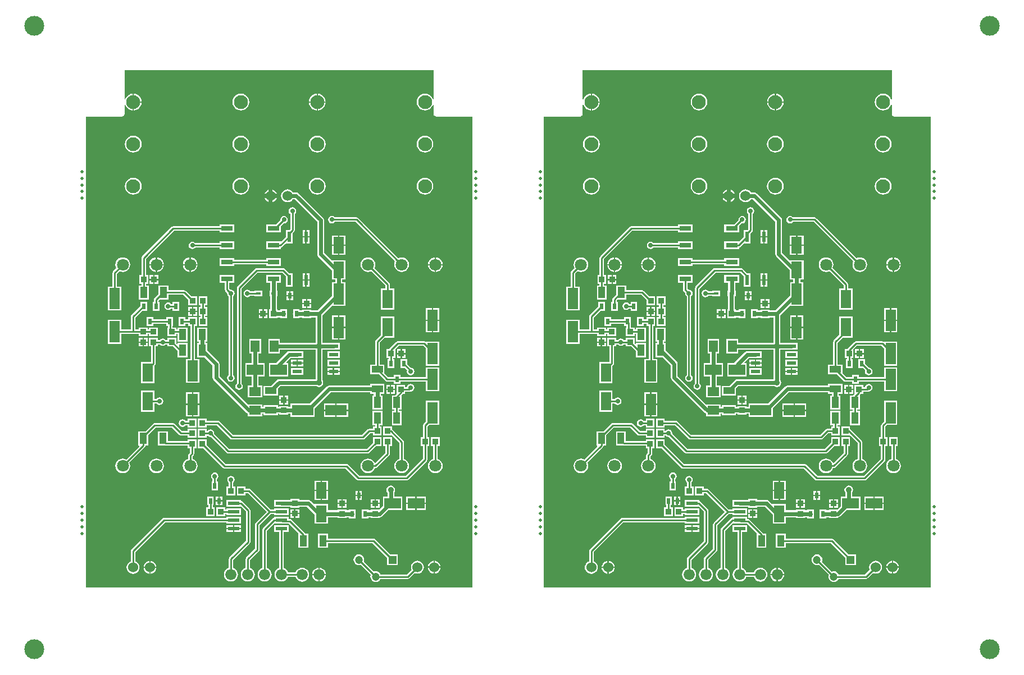
<source format=gtl>
G04*
G04 #@! TF.GenerationSoftware,Altium Limited,Altium Designer,19.1.6 (110)*
G04*
G04 Layer_Physical_Order=1*
G04 Layer_Color=255*
%FSLAX25Y25*%
%MOIN*%
G70*
G01*
G75*
%ADD10C,0.11811*%
%ADD11R,0.02165X0.03543*%
%ADD12R,0.06890X0.04331*%
%ADD13R,0.03543X0.03740*%
%ADD14R,0.05276X0.07087*%
%ADD15R,0.07087X0.05276*%
%ADD16R,0.09843X0.06299*%
%ADD17R,0.03740X0.03543*%
%ADD18R,0.02362X0.03740*%
%ADD19R,0.04331X0.06890*%
%ADD20R,0.06299X0.09843*%
%ADD21R,0.07087X0.02362*%
%ADD22R,0.06299X0.12598*%
%ADD23R,0.06299X0.11024*%
%ADD24R,0.07087X0.03150*%
%ADD25R,0.02362X0.06299*%
%ADD26R,0.06496X0.09843*%
%ADD27R,0.05709X0.02362*%
%ADD28R,0.03150X0.01575*%
%ADD29R,0.12598X0.06299*%
%ADD30C,0.01000*%
%ADD31C,0.02400*%
%ADD32C,0.01968*%
%ADD33C,0.06000*%
%ADD34C,0.06600*%
%ADD35R,0.04724X0.04724*%
%ADD36C,0.04724*%
%ADD37C,0.07087*%
%ADD38C,0.08268*%
%ADD39C,0.02756*%
%ADD40C,0.03500*%
G36*
X520638Y338460D02*
X520138Y338361D01*
X519786Y339210D01*
X518995Y340241D01*
X517964Y341032D01*
X516764Y341529D01*
X515476Y341699D01*
X514188Y341529D01*
X512988Y341032D01*
X511957Y340241D01*
X511166Y339210D01*
X510669Y338010D01*
X510499Y336722D01*
X510669Y335434D01*
X511166Y334234D01*
X511957Y333203D01*
X512988Y332412D01*
X514188Y331915D01*
X515476Y331746D01*
X516764Y331915D01*
X517964Y332412D01*
X518995Y333203D01*
X519786Y334234D01*
X520138Y335083D01*
X520638Y334984D01*
Y329622D01*
X520754Y329037D01*
X521086Y328541D01*
X521582Y328209D01*
X522167Y328093D01*
X543638D01*
Y48317D01*
X314196D01*
Y328093D01*
X335667D01*
X336252Y328209D01*
X336748Y328541D01*
X337080Y329037D01*
X337196Y329622D01*
Y334986D01*
X337696Y335086D01*
X338049Y334234D01*
X338840Y333203D01*
X339871Y332412D01*
X341071Y331915D01*
X341959Y331798D01*
Y336722D01*
Y341646D01*
X341071Y341529D01*
X339871Y341032D01*
X338840Y340241D01*
X338049Y339210D01*
X337696Y338359D01*
X337196Y338458D01*
Y355593D01*
X520638D01*
Y338460D01*
D02*
G37*
G36*
X248767D02*
X248268Y338361D01*
X247916Y339210D01*
X247125Y340241D01*
X246094Y341032D01*
X244894Y341529D01*
X243606Y341699D01*
X242318Y341529D01*
X241118Y341032D01*
X240087Y340241D01*
X239296Y339210D01*
X238799Y338010D01*
X238629Y336722D01*
X238799Y335434D01*
X239296Y334234D01*
X240087Y333203D01*
X241118Y332412D01*
X242318Y331915D01*
X243606Y331746D01*
X244894Y331915D01*
X246094Y332412D01*
X247125Y333203D01*
X247916Y334234D01*
X248268Y335083D01*
X248767Y334984D01*
Y329622D01*
X248884Y329037D01*
X249215Y328541D01*
X249712Y328209D01*
X250297Y328093D01*
X271767D01*
Y48317D01*
X42326D01*
Y328093D01*
X63797D01*
X64382Y328209D01*
X64878Y328541D01*
X65210Y329037D01*
X65326Y329622D01*
Y334986D01*
X65826Y335086D01*
X66179Y334234D01*
X66970Y333203D01*
X68001Y332412D01*
X69201Y331915D01*
X70089Y331798D01*
Y336722D01*
Y341646D01*
X69201Y341529D01*
X68001Y341032D01*
X66970Y340241D01*
X66179Y339210D01*
X65826Y338359D01*
X65326Y338458D01*
Y355593D01*
X248767D01*
Y338460D01*
D02*
G37*
%LPC*%
G36*
X451978Y341646D02*
Y337122D01*
X456502D01*
X456385Y338010D01*
X455888Y339210D01*
X455097Y340241D01*
X454066Y341032D01*
X452866Y341529D01*
X451978Y341646D01*
D02*
G37*
G36*
X342759D02*
Y337122D01*
X347283D01*
X347166Y338010D01*
X346669Y339210D01*
X345878Y340241D01*
X344847Y341032D01*
X343647Y341529D01*
X342759Y341646D01*
D02*
G37*
G36*
X451178D02*
X450290Y341529D01*
X449090Y341032D01*
X448059Y340241D01*
X447268Y339210D01*
X446771Y338010D01*
X446654Y337122D01*
X451178D01*
Y341646D01*
D02*
G37*
G36*
X456502Y336322D02*
X451978D01*
Y331798D01*
X452866Y331915D01*
X454066Y332412D01*
X455097Y333203D01*
X455888Y334234D01*
X456385Y335434D01*
X456502Y336322D01*
D02*
G37*
G36*
X347283D02*
X342759D01*
Y331798D01*
X343647Y331915D01*
X344847Y332412D01*
X345878Y333203D01*
X346669Y334234D01*
X347166Y335434D01*
X347283Y336322D01*
D02*
G37*
G36*
X451178D02*
X446654D01*
X446771Y335434D01*
X447268Y334234D01*
X448059Y333203D01*
X449090Y332412D01*
X450290Y331915D01*
X451178Y331798D01*
Y336322D01*
D02*
G37*
G36*
X406257Y341699D02*
X404969Y341529D01*
X403769Y341032D01*
X402738Y340241D01*
X401947Y339210D01*
X401450Y338010D01*
X401280Y336722D01*
X401450Y335434D01*
X401947Y334234D01*
X402738Y333203D01*
X403769Y332412D01*
X404969Y331915D01*
X406257Y331746D01*
X407545Y331915D01*
X408745Y332412D01*
X409776Y333203D01*
X410567Y334234D01*
X411064Y335434D01*
X411234Y336722D01*
X411064Y338010D01*
X410567Y339210D01*
X409776Y340241D01*
X408745Y341032D01*
X407545Y341529D01*
X406257Y341699D01*
D02*
G37*
G36*
X515476Y316699D02*
X514188Y316529D01*
X512988Y316032D01*
X511957Y315241D01*
X511166Y314210D01*
X510669Y313010D01*
X510499Y311722D01*
X510669Y310434D01*
X511166Y309234D01*
X511957Y308203D01*
X512988Y307412D01*
X514188Y306915D01*
X515476Y306746D01*
X516764Y306915D01*
X517964Y307412D01*
X518995Y308203D01*
X519786Y309234D01*
X520283Y310434D01*
X520452Y311722D01*
X520283Y313010D01*
X519786Y314210D01*
X518995Y315241D01*
X517964Y316032D01*
X516764Y316529D01*
X515476Y316699D01*
D02*
G37*
G36*
X451578D02*
X450290Y316529D01*
X449090Y316032D01*
X448059Y315241D01*
X447268Y314210D01*
X446771Y313010D01*
X446601Y311722D01*
X446771Y310434D01*
X447268Y309234D01*
X448059Y308203D01*
X449090Y307412D01*
X450290Y306915D01*
X451578Y306746D01*
X452866Y306915D01*
X454066Y307412D01*
X455097Y308203D01*
X455888Y309234D01*
X456385Y310434D01*
X456555Y311722D01*
X456385Y313010D01*
X455888Y314210D01*
X455097Y315241D01*
X454066Y316032D01*
X452866Y316529D01*
X451578Y316699D01*
D02*
G37*
G36*
X406257D02*
X404969Y316529D01*
X403769Y316032D01*
X402738Y315241D01*
X401947Y314210D01*
X401450Y313010D01*
X401280Y311722D01*
X401450Y310434D01*
X401947Y309234D01*
X402738Y308203D01*
X403769Y307412D01*
X404969Y306915D01*
X406257Y306746D01*
X407545Y306915D01*
X408745Y307412D01*
X409776Y308203D01*
X410567Y309234D01*
X411064Y310434D01*
X411234Y311722D01*
X411064Y313010D01*
X410567Y314210D01*
X409776Y315241D01*
X408745Y316032D01*
X407545Y316529D01*
X406257Y316699D01*
D02*
G37*
G36*
X342359D02*
X341071Y316529D01*
X339871Y316032D01*
X338840Y315241D01*
X338049Y314210D01*
X337552Y313010D01*
X337382Y311722D01*
X337552Y310434D01*
X338049Y309234D01*
X338840Y308203D01*
X339871Y307412D01*
X341071Y306915D01*
X342359Y306746D01*
X343647Y306915D01*
X344847Y307412D01*
X345878Y308203D01*
X346669Y309234D01*
X347166Y310434D01*
X347336Y311722D01*
X347166Y313010D01*
X346669Y314210D01*
X345878Y315241D01*
X344847Y316032D01*
X343647Y316529D01*
X342359Y316699D01*
D02*
G37*
G36*
X425107Y284655D02*
Y282239D01*
X427523D01*
X427226Y282956D01*
X426617Y283750D01*
X425823Y284359D01*
X425107Y284655D01*
D02*
G37*
G36*
X422707D02*
X421991Y284359D01*
X421197Y283750D01*
X420588Y282956D01*
X420291Y282239D01*
X422707D01*
Y284655D01*
D02*
G37*
G36*
X515476Y291699D02*
X514188Y291529D01*
X512988Y291032D01*
X511957Y290241D01*
X511166Y289210D01*
X510669Y288010D01*
X510499Y286722D01*
X510669Y285434D01*
X511166Y284234D01*
X511957Y283203D01*
X512988Y282412D01*
X514188Y281915D01*
X515476Y281746D01*
X516764Y281915D01*
X517964Y282412D01*
X518995Y283203D01*
X519786Y284234D01*
X520283Y285434D01*
X520452Y286722D01*
X520283Y288010D01*
X519786Y289210D01*
X518995Y290241D01*
X517964Y291032D01*
X516764Y291529D01*
X515476Y291699D01*
D02*
G37*
G36*
X451578D02*
X450290Y291529D01*
X449090Y291032D01*
X448059Y290241D01*
X447268Y289210D01*
X446771Y288010D01*
X446601Y286722D01*
X446771Y285434D01*
X447268Y284234D01*
X448059Y283203D01*
X449090Y282412D01*
X450290Y281915D01*
X451578Y281746D01*
X452866Y281915D01*
X454066Y282412D01*
X455097Y283203D01*
X455888Y284234D01*
X456385Y285434D01*
X456555Y286722D01*
X456385Y288010D01*
X455888Y289210D01*
X455097Y290241D01*
X454066Y291032D01*
X452866Y291529D01*
X451578Y291699D01*
D02*
G37*
G36*
X406257D02*
X404969Y291529D01*
X403769Y291032D01*
X402738Y290241D01*
X401947Y289210D01*
X401450Y288010D01*
X401280Y286722D01*
X401450Y285434D01*
X401947Y284234D01*
X402738Y283203D01*
X403769Y282412D01*
X404969Y281915D01*
X406257Y281746D01*
X407545Y281915D01*
X408745Y282412D01*
X409776Y283203D01*
X410567Y284234D01*
X411064Y285434D01*
X411234Y286722D01*
X411064Y288010D01*
X410567Y289210D01*
X409776Y290241D01*
X408745Y291032D01*
X407545Y291529D01*
X406257Y291699D01*
D02*
G37*
G36*
X342359D02*
X341071Y291529D01*
X339871Y291032D01*
X338840Y290241D01*
X338049Y289210D01*
X337552Y288010D01*
X337382Y286722D01*
X337552Y285434D01*
X338049Y284234D01*
X338840Y283203D01*
X339871Y282412D01*
X341071Y281915D01*
X342359Y281746D01*
X343647Y281915D01*
X344847Y282412D01*
X345878Y283203D01*
X346669Y284234D01*
X347166Y285434D01*
X347336Y286722D01*
X347166Y288010D01*
X346669Y289210D01*
X345878Y290241D01*
X344847Y291032D01*
X343647Y291529D01*
X342359Y291699D01*
D02*
G37*
G36*
X427523Y279839D02*
X425107D01*
Y277423D01*
X425823Y277720D01*
X426617Y278329D01*
X427226Y279123D01*
X427523Y279839D01*
D02*
G37*
G36*
X422707D02*
X420291D01*
X420588Y279123D01*
X421197Y278329D01*
X421991Y277720D01*
X422707Y277423D01*
Y279839D01*
D02*
G37*
G36*
X431860Y269087D02*
X431010Y268918D01*
X430290Y268436D01*
X429808Y267716D01*
X429639Y266866D01*
X429697Y266578D01*
X427085Y263965D01*
X421261D01*
Y259216D01*
X429947D01*
Y263079D01*
X431571Y264703D01*
X431860Y264646D01*
X432710Y264815D01*
X433430Y265296D01*
X433911Y266016D01*
X434081Y266866D01*
X433911Y267716D01*
X433430Y268436D01*
X432710Y268918D01*
X431860Y269087D01*
D02*
G37*
G36*
X402388Y263965D02*
X393702D01*
Y262916D01*
X366053D01*
X365546Y262815D01*
X365115Y262528D01*
X347655Y245067D01*
X347368Y244637D01*
X347267Y244130D01*
Y233906D01*
X346021D01*
Y228566D01*
X347267D01*
Y227804D01*
X345627D01*
Y219314D01*
X351557D01*
Y227804D01*
X349918D01*
Y228566D01*
X351164D01*
Y233906D01*
X349918D01*
Y243581D01*
X366602Y260265D01*
X393702D01*
Y259216D01*
X402388D01*
Y263965D01*
D02*
G37*
G36*
X446813Y260580D02*
X445232D01*
Y257030D01*
X446813D01*
Y260580D01*
D02*
G37*
G36*
X444432D02*
X442851D01*
Y257030D01*
X444432D01*
Y260580D01*
D02*
G37*
G36*
X402388Y253965D02*
X393702D01*
Y252916D01*
X379224D01*
X379061Y253161D01*
X378340Y253642D01*
X377490Y253811D01*
X376641Y253642D01*
X375920Y253161D01*
X375439Y252440D01*
X375270Y251591D01*
X375439Y250741D01*
X375920Y250020D01*
X376641Y249539D01*
X377490Y249370D01*
X378340Y249539D01*
X379061Y250020D01*
X379224Y250265D01*
X393702D01*
Y249216D01*
X402388D01*
Y253965D01*
D02*
G37*
G36*
X446813Y256230D02*
X445232D01*
Y252680D01*
X446813D01*
Y256230D01*
D02*
G37*
G36*
X444432D02*
X442851D01*
Y252680D01*
X444432D01*
Y256230D01*
D02*
G37*
G36*
X468290Y257504D02*
X464642D01*
Y252183D01*
X468290D01*
Y257504D01*
D02*
G37*
G36*
X463842D02*
X460194D01*
Y252183D01*
X463842D01*
Y257504D01*
D02*
G37*
G36*
X436833Y274198D02*
X435983Y274028D01*
X435263Y273547D01*
X434781Y272827D01*
X434612Y271977D01*
X434781Y271127D01*
X435263Y270407D01*
X435507Y270243D01*
Y261109D01*
X434978Y260580D01*
X432851D01*
Y256523D01*
X430420Y254092D01*
X429947Y253965D01*
Y253965D01*
X429947Y253965D01*
X421261D01*
Y249216D01*
X429947D01*
Y250296D01*
X430300Y250366D01*
X430730Y250653D01*
X432481Y252404D01*
X432851Y252680D01*
Y252680D01*
X432851Y252680D01*
X436813D01*
Y258666D01*
X437770Y259622D01*
X438057Y260052D01*
X438158Y260560D01*
Y270243D01*
X438403Y270407D01*
X438884Y271127D01*
X439053Y271977D01*
X438884Y272827D01*
X438403Y273547D01*
X437683Y274028D01*
X436833Y274198D01*
D02*
G37*
G36*
X468290Y251383D02*
X464642D01*
Y246062D01*
X468290D01*
Y251383D01*
D02*
G37*
G36*
X463842D02*
X460194D01*
Y246062D01*
X463842D01*
Y251383D01*
D02*
G37*
G36*
X429947Y243965D02*
X421261D01*
Y242916D01*
X402388D01*
Y243965D01*
X393702D01*
Y239216D01*
X402388D01*
Y240265D01*
X421261D01*
Y239216D01*
X429947D01*
Y243965D01*
D02*
G37*
G36*
X522067Y244450D02*
Y240522D01*
X525995D01*
X525899Y241256D01*
X525461Y242313D01*
X524765Y243220D01*
X523857Y243916D01*
X522801Y244354D01*
X522067Y244450D01*
D02*
G37*
G36*
X521267D02*
X520533Y244354D01*
X519476Y243916D01*
X518569Y243220D01*
X517873Y242313D01*
X517435Y241256D01*
X517339Y240522D01*
X521267D01*
Y244450D01*
D02*
G37*
G36*
X376567D02*
Y240522D01*
X380495D01*
X380399Y241256D01*
X379961Y242313D01*
X379265Y243220D01*
X378357Y243916D01*
X377301Y244354D01*
X376567Y244450D01*
D02*
G37*
G36*
X375767D02*
X375033Y244354D01*
X373976Y243916D01*
X373069Y243220D01*
X372373Y242313D01*
X371935Y241256D01*
X371839Y240522D01*
X375767D01*
Y244450D01*
D02*
G37*
G36*
X356567D02*
Y240522D01*
X360495D01*
X360399Y241256D01*
X359961Y242313D01*
X359265Y243220D01*
X358357Y243916D01*
X357301Y244354D01*
X356567Y244450D01*
D02*
G37*
G36*
X355767D02*
X355033Y244354D01*
X353976Y243916D01*
X353069Y243220D01*
X352373Y242313D01*
X351935Y241256D01*
X351839Y240522D01*
X355767D01*
Y244450D01*
D02*
G37*
G36*
X525995Y239722D02*
X522067D01*
Y235794D01*
X522801Y235890D01*
X523857Y236328D01*
X524765Y237024D01*
X525461Y237932D01*
X525899Y238988D01*
X525995Y239722D01*
D02*
G37*
G36*
X521267D02*
X517339D01*
X517435Y238988D01*
X517873Y237932D01*
X518569Y237024D01*
X519476Y236328D01*
X520533Y235890D01*
X521267Y235794D01*
Y239722D01*
D02*
G37*
G36*
X380495D02*
X376567D01*
Y235794D01*
X377301Y235890D01*
X378357Y236328D01*
X379265Y237024D01*
X379961Y237932D01*
X380399Y238988D01*
X380495Y239722D01*
D02*
G37*
G36*
X375767D02*
X371839D01*
X371935Y238988D01*
X372373Y237932D01*
X373069Y237024D01*
X373976Y236328D01*
X375033Y235890D01*
X375767Y235794D01*
Y239722D01*
D02*
G37*
G36*
X360495D02*
X356567D01*
Y235794D01*
X357301Y235890D01*
X358357Y236328D01*
X359265Y237024D01*
X359961Y237932D01*
X360399Y238988D01*
X360495Y239722D01*
D02*
G37*
G36*
X355767D02*
X351839D01*
X351935Y238988D01*
X352373Y237932D01*
X353069Y237024D01*
X353976Y236328D01*
X355033Y235890D01*
X355767Y235794D01*
Y239722D01*
D02*
G37*
G36*
X460287Y269087D02*
X459437Y268918D01*
X458717Y268436D01*
X458235Y267716D01*
X458066Y266866D01*
X458235Y266016D01*
X458717Y265296D01*
X459437Y264815D01*
X460287Y264646D01*
X461137Y264815D01*
X461857Y265296D01*
X462021Y265541D01*
X474374D01*
X497793Y242121D01*
X497435Y241256D01*
X497286Y240122D01*
X497435Y238988D01*
X497873Y237932D01*
X498569Y237024D01*
X499476Y236328D01*
X500533Y235890D01*
X501667Y235741D01*
X502801Y235890D01*
X503857Y236328D01*
X504765Y237024D01*
X505461Y237932D01*
X505899Y238988D01*
X506048Y240122D01*
X505899Y241256D01*
X505461Y242313D01*
X504765Y243220D01*
X503857Y243916D01*
X502801Y244354D01*
X501667Y244503D01*
X500533Y244354D01*
X499668Y243995D01*
X475860Y267803D01*
X475430Y268091D01*
X474923Y268192D01*
X462021D01*
X461857Y268436D01*
X461137Y268918D01*
X460287Y269087D01*
D02*
G37*
G36*
X336167Y244503D02*
X335033Y244354D01*
X333976Y243916D01*
X333069Y243220D01*
X332373Y242313D01*
X331935Y241256D01*
X331786Y240122D01*
X331935Y238988D01*
X332294Y238123D01*
X330431Y236260D01*
X330143Y235830D01*
X330042Y235323D01*
Y227187D01*
X327418D01*
Y212988D01*
X335317D01*
Y227187D01*
X332693D01*
Y234774D01*
X334168Y236249D01*
X335033Y235890D01*
X336167Y235741D01*
X337301Y235890D01*
X338357Y236328D01*
X339265Y237024D01*
X339961Y237932D01*
X340399Y238988D01*
X340548Y240122D01*
X340399Y241256D01*
X339961Y242313D01*
X339265Y243220D01*
X338357Y243916D01*
X337301Y244354D01*
X336167Y244503D01*
D02*
G37*
G36*
X357266Y233906D02*
X355095D01*
Y231636D01*
X357266D01*
Y233906D01*
D02*
G37*
G36*
X354294D02*
X352123D01*
Y231636D01*
X354294D01*
Y233906D01*
D02*
G37*
G36*
X446813Y234989D02*
X445232D01*
Y231439D01*
X446813D01*
Y234989D01*
D02*
G37*
G36*
X444432D02*
X442851D01*
Y231439D01*
X444432D01*
Y234989D01*
D02*
G37*
G36*
X357266Y230836D02*
X355095D01*
Y228566D01*
X357266D01*
Y230836D01*
D02*
G37*
G36*
X354294D02*
X352123D01*
Y228566D01*
X354294D01*
Y230836D01*
D02*
G37*
G36*
X446813Y230639D02*
X445232D01*
Y227090D01*
X446813D01*
Y230639D01*
D02*
G37*
G36*
X444432D02*
X442851D01*
Y227090D01*
X444432D01*
Y230639D01*
D02*
G37*
G36*
X431269Y237975D02*
X415521D01*
X415014Y237874D01*
X414584Y237587D01*
X404249Y227252D01*
X403962Y226822D01*
X403861Y226315D01*
Y169683D01*
X403616Y169519D01*
X403135Y168799D01*
X402966Y167949D01*
X403135Y167099D01*
X403616Y166379D01*
X404337Y165897D01*
X405187Y165728D01*
X406036Y165897D01*
X406757Y166379D01*
X407238Y167099D01*
X407407Y167949D01*
X407238Y168799D01*
X406757Y169519D01*
X406512Y169683D01*
Y225766D01*
X416070Y235324D01*
X430720D01*
X432851Y233193D01*
Y227090D01*
X436813D01*
Y234989D01*
X434804D01*
X432206Y237587D01*
X431777Y237874D01*
X431269Y237975D01*
D02*
G37*
G36*
X437384Y224359D02*
X435803D01*
Y222089D01*
X437384D01*
Y224359D01*
D02*
G37*
G36*
X435003D02*
X433422D01*
Y222089D01*
X435003D01*
Y224359D01*
D02*
G37*
G36*
X410050Y225288D02*
X409201Y225118D01*
X408480Y224637D01*
X407999Y223917D01*
X407830Y223067D01*
X407999Y222217D01*
X408480Y221497D01*
X409201Y221015D01*
X410050Y220846D01*
X410900Y221015D01*
X411621Y221497D01*
X411784Y221742D01*
X414174D01*
Y221480D01*
X418924D01*
Y224654D01*
X414174D01*
Y224392D01*
X411784D01*
X411621Y224637D01*
X410900Y225118D01*
X410050Y225288D01*
D02*
G37*
G36*
X437384Y221289D02*
X435803D01*
Y219019D01*
X437384D01*
Y221289D01*
D02*
G37*
G36*
X435003D02*
X433422D01*
Y219019D01*
X435003D01*
Y221289D01*
D02*
G37*
G36*
X448014Y219536D02*
X445744D01*
Y217365D01*
X448014D01*
Y219536D01*
D02*
G37*
G36*
X444944D02*
X442674D01*
Y217365D01*
X444944D01*
Y219536D01*
D02*
G37*
G36*
X369569Y218146D02*
X365607D01*
Y216801D01*
X364807D01*
X364643Y217046D01*
X363923Y217527D01*
X363073Y217696D01*
X362223Y217527D01*
X361503Y217046D01*
X361022Y216325D01*
X360853Y215476D01*
X361022Y214626D01*
X361503Y213905D01*
X362223Y213424D01*
X363073Y213255D01*
X363923Y213424D01*
X364643Y213905D01*
X364807Y214150D01*
X365607D01*
Y212806D01*
X369569D01*
Y218146D01*
D02*
G37*
G36*
X363172Y227804D02*
X357241D01*
Y222468D01*
X355037Y220264D01*
X354749Y219834D01*
X354648Y219327D01*
Y218146D01*
X353993D01*
Y212806D01*
X357955D01*
Y218146D01*
X357299D01*
Y218778D01*
X357836Y219314D01*
X363172D01*
Y222234D01*
X372046D01*
X375056Y219224D01*
Y215857D01*
X380199D01*
Y221197D01*
X376832D01*
X373533Y224496D01*
X373102Y224784D01*
X372595Y224885D01*
X363172D01*
Y227804D01*
D02*
G37*
G36*
X448014Y216565D02*
X445744D01*
Y214393D01*
X448014D01*
Y216565D01*
D02*
G37*
G36*
X444944D02*
X442674D01*
Y214393D01*
X444944D01*
Y216565D01*
D02*
G37*
G36*
X481667Y244503D02*
X480533Y244354D01*
X479476Y243916D01*
X478569Y243220D01*
X477873Y242313D01*
X477435Y241256D01*
X477286Y240122D01*
X477435Y238988D01*
X477873Y237932D01*
X478569Y237024D01*
X479476Y236328D01*
X480533Y235890D01*
X481667Y235741D01*
X482801Y235890D01*
X483666Y236249D01*
X492050Y227864D01*
Y226118D01*
X489426D01*
Y213494D01*
X497325D01*
Y226118D01*
X494701D01*
Y228413D01*
X494600Y228921D01*
X494313Y229351D01*
X485540Y238123D01*
X485899Y238988D01*
X486048Y240122D01*
X485899Y241256D01*
X485461Y242313D01*
X484765Y243220D01*
X483857Y243916D01*
X482801Y244354D01*
X481667Y244503D01*
D02*
G37*
G36*
X433907Y284872D02*
X432915Y284742D01*
X431991Y284359D01*
X431197Y283750D01*
X430588Y282956D01*
X430205Y282031D01*
X430074Y281039D01*
X430205Y280047D01*
X430588Y279123D01*
X431197Y278329D01*
X431991Y277720D01*
X432915Y277337D01*
X433907Y277207D01*
X434899Y277337D01*
X435823Y277720D01*
X436617Y278329D01*
X437132Y279000D01*
X438243D01*
X451474Y265769D01*
Y246394D01*
X451629Y245613D01*
X452072Y244952D01*
X460194Y236830D01*
Y231298D01*
X462203D01*
Y229758D01*
X460292D01*
Y221593D01*
X451600Y212901D01*
X448014D01*
Y213434D01*
X442674D01*
Y212901D01*
X441124D01*
Y213532D01*
X437162D01*
Y211154D01*
X437104Y210862D01*
X437162Y210570D01*
Y208192D01*
X441124D01*
Y208823D01*
X442674D01*
Y208291D01*
X448014D01*
Y208823D01*
X450490D01*
Y193709D01*
X429444D01*
Y196013D01*
X422568D01*
Y187326D01*
X429444D01*
Y189630D01*
X450490D01*
Y172055D01*
X428833D01*
X428053Y171900D01*
X427391Y171458D01*
X424094Y168161D01*
X419768D01*
Y162230D01*
X428258D01*
Y166557D01*
X429678Y167977D01*
X450991D01*
X451534Y167614D01*
X452529Y167416D01*
X453524Y167614D01*
X454368Y168177D01*
X454931Y169021D01*
X455129Y170016D01*
X454931Y171011D01*
X454568Y171554D01*
Y189630D01*
X461191D01*
X461483Y189688D01*
X464845D01*
Y193650D01*
X461483D01*
X461191Y193709D01*
X454568D01*
Y210102D01*
X459852Y215385D01*
X460292Y215560D01*
Y215560D01*
X460292Y215560D01*
X468191D01*
Y229758D01*
X466281D01*
Y231298D01*
X468290D01*
Y242740D01*
X460194D01*
X460194Y242740D01*
Y242740D01*
X459803Y242988D01*
X455553Y247238D01*
Y266614D01*
X455397Y267394D01*
X454955Y268056D01*
X440530Y282481D01*
X439868Y282923D01*
X439088Y283079D01*
X437132D01*
X436617Y283750D01*
X435823Y284359D01*
X434899Y284742D01*
X433907Y284872D01*
D02*
G37*
G36*
X380199Y215094D02*
X378028D01*
Y212824D01*
X380199D01*
Y215094D01*
D02*
G37*
G36*
X377227D02*
X375056D01*
Y212824D01*
X377227D01*
Y215094D01*
D02*
G37*
G36*
X422030Y213539D02*
X419858D01*
Y211269D01*
X422030D01*
Y213539D01*
D02*
G37*
G36*
X419058D02*
X416887D01*
Y211269D01*
X419058D01*
Y213539D01*
D02*
G37*
G36*
X380199Y212024D02*
X378028D01*
Y209754D01*
X380199D01*
Y212024D01*
D02*
G37*
G36*
X377227D02*
X375056D01*
Y209754D01*
X377227D01*
Y212024D01*
D02*
G37*
G36*
X422030Y210469D02*
X419858D01*
Y208198D01*
X422030D01*
Y210469D01*
D02*
G37*
G36*
X419058D02*
X416887D01*
Y208198D01*
X419058D01*
Y210469D01*
D02*
G37*
G36*
X429947Y233965D02*
X421261D01*
Y229216D01*
X423565D01*
Y224654D01*
X423229D01*
Y221480D01*
X423522D01*
Y213539D01*
X422989D01*
Y208198D01*
X428132D01*
Y208823D01*
X429682D01*
Y208192D01*
X433644D01*
Y210570D01*
X433702Y210862D01*
X433644Y211154D01*
Y213532D01*
X429682D01*
Y212901D01*
X428132D01*
Y213539D01*
X427600D01*
Y221480D01*
X427979D01*
Y224654D01*
X427643D01*
Y229216D01*
X429947D01*
Y233965D01*
D02*
G37*
G36*
X380199Y208992D02*
X375056D01*
Y207549D01*
X373309D01*
Y208894D01*
X369347D01*
Y203554D01*
X373309D01*
Y204898D01*
X375056D01*
Y203652D01*
X376302D01*
Y184076D01*
X373678D01*
Y169878D01*
X381577D01*
Y184076D01*
X378953D01*
Y203652D01*
X380199D01*
Y208992D01*
D02*
G37*
G36*
X365829Y208894D02*
X361867D01*
Y207549D01*
X354215D01*
Y208894D01*
X350253D01*
Y203554D01*
X354215D01*
Y204898D01*
X361867D01*
Y203554D01*
X363108D01*
Y202791D01*
X362654D01*
Y197648D01*
X367994D01*
Y198894D01*
X368757D01*
Y194302D01*
X374687D01*
Y202791D01*
X368757D01*
Y201545D01*
X367994D01*
Y202791D01*
X365759D01*
Y203554D01*
X365829D01*
Y208894D01*
D02*
G37*
G36*
X523900Y214199D02*
X520350D01*
Y207500D01*
X523900D01*
Y214199D01*
D02*
G37*
G36*
X519550D02*
X516001D01*
Y207500D01*
X519550D01*
Y214199D01*
D02*
G37*
G36*
X386301Y221197D02*
X381158D01*
Y215857D01*
X382404D01*
Y215094D01*
X381158D01*
Y209754D01*
X382404D01*
Y208992D01*
X381158D01*
Y203652D01*
X386301D01*
Y208992D01*
X385055D01*
Y209754D01*
X386301D01*
Y215094D01*
X385055D01*
Y215857D01*
X386301D01*
Y221197D01*
D02*
G37*
G36*
X468191Y209905D02*
X464642D01*
Y203205D01*
X468191D01*
Y209905D01*
D02*
G37*
G36*
X463842D02*
X460292D01*
Y203205D01*
X463842D01*
Y209905D01*
D02*
G37*
G36*
X350475Y218146D02*
X346513D01*
Y215369D01*
X341422Y210278D01*
X341134Y209848D01*
X341034Y209341D01*
Y201559D01*
X335317D01*
Y207333D01*
X327418D01*
Y193135D01*
X335317D01*
Y198908D01*
X345627D01*
Y197648D01*
X350967D01*
Y198894D01*
X351729D01*
Y197648D01*
X357069D01*
Y202791D01*
X351729D01*
Y201545D01*
X350967D01*
Y202791D01*
X345627D01*
Y201559D01*
X343684D01*
Y208792D01*
X347698Y212806D01*
X350475D01*
Y218146D01*
D02*
G37*
G36*
X523900Y206700D02*
X520350D01*
Y200001D01*
X523900D01*
Y206700D01*
D02*
G37*
G36*
X519550D02*
X516001D01*
Y200001D01*
X519550D01*
Y206700D01*
D02*
G37*
G36*
X468191Y202406D02*
X464642D01*
Y195706D01*
X468191D01*
Y202406D01*
D02*
G37*
G36*
X463842D02*
X460292D01*
Y195706D01*
X463842D01*
Y202406D01*
D02*
G37*
G36*
X367994Y196689D02*
X362654D01*
Y195443D01*
X361632D01*
X361469Y195688D01*
X360748Y196169D01*
X359898Y196338D01*
X359049Y196169D01*
X358328Y195688D01*
X358165Y195443D01*
X357069D01*
Y196689D01*
X351729D01*
Y191546D01*
X353074D01*
Y182220D01*
X347005D01*
Y169597D01*
X354904D01*
Y180137D01*
X355336Y180569D01*
X355624Y180999D01*
X355725Y181506D01*
Y191546D01*
X357069D01*
Y192792D01*
X358165D01*
X358328Y192547D01*
X359049Y192066D01*
X359898Y191897D01*
X360748Y192066D01*
X361469Y192547D01*
X361632Y192792D01*
X362654D01*
Y191546D01*
X366021D01*
X368757Y188811D01*
Y185050D01*
X374687D01*
Y193539D01*
X368757D01*
Y193343D01*
X368288Y193138D01*
X367994Y193375D01*
Y196689D01*
D02*
G37*
G36*
X350967D02*
X348697D01*
Y194517D01*
X350967D01*
Y196689D01*
D02*
G37*
G36*
X347897D02*
X345627D01*
Y194517D01*
X347897D01*
Y196689D01*
D02*
G37*
G36*
X350967Y193717D02*
X348697D01*
Y191546D01*
X350967D01*
Y193717D01*
D02*
G37*
G36*
X347897D02*
X345627D01*
Y191546D01*
X347897D01*
Y193717D01*
D02*
G37*
G36*
X504024Y189917D02*
X501853D01*
Y187646D01*
X504024D01*
Y189917D01*
D02*
G37*
G36*
X501053D02*
X498881D01*
Y187646D01*
X501053D01*
Y189917D01*
D02*
G37*
G36*
X464845Y188650D02*
X457536D01*
Y184688D01*
X464845D01*
Y188650D01*
D02*
G37*
G36*
X504024Y186846D02*
X501853D01*
Y184576D01*
X504024D01*
Y186846D01*
D02*
G37*
G36*
X501053D02*
X498881D01*
Y184576D01*
X501053D01*
Y186846D01*
D02*
G37*
G36*
X443388Y183650D02*
X440134D01*
Y182069D01*
X443388D01*
Y183650D01*
D02*
G37*
G36*
X439334D02*
X436080D01*
Y182069D01*
X439334D01*
Y183650D01*
D02*
G37*
G36*
X515029Y194570D02*
X499281D01*
X498774Y194469D01*
X498344Y194181D01*
X494413Y190251D01*
X494190Y189917D01*
X492779D01*
Y184576D01*
X494019D01*
Y183906D01*
X493363D01*
Y178566D01*
X497325D01*
Y183906D01*
X496670D01*
Y184576D01*
X497922D01*
Y189917D01*
X497922Y189917D01*
X497922D01*
X498200Y190288D01*
X499830Y191919D01*
X514480D01*
X516001Y190398D01*
Y180147D01*
X523900D01*
Y194346D01*
X516001D01*
X516001Y194346D01*
Y194346D01*
X516001Y194346D01*
X515536Y194469D01*
X515532Y194469D01*
X515029Y194570D01*
D02*
G37*
G36*
X464845Y183650D02*
X457536D01*
Y179688D01*
X464845D01*
Y183650D01*
D02*
G37*
G36*
X443388Y181269D02*
X440134D01*
Y179688D01*
X443388D01*
Y181269D01*
D02*
G37*
G36*
X439334D02*
X436080D01*
Y179688D01*
X439334D01*
Y181269D01*
D02*
G37*
G36*
X464845Y178650D02*
X461591D01*
Y177069D01*
X464845D01*
Y178650D01*
D02*
G37*
G36*
X460791D02*
X457536D01*
Y177069D01*
X460791D01*
Y178650D01*
D02*
G37*
G36*
X464845Y176269D02*
X461591D01*
Y174688D01*
X464845D01*
Y176269D01*
D02*
G37*
G36*
X460791D02*
X457536D01*
Y174688D01*
X460791D01*
Y176269D01*
D02*
G37*
G36*
X443388Y178650D02*
X436080D01*
Y174688D01*
X443388D01*
Y178650D01*
D02*
G37*
G36*
X504806Y183906D02*
X500843D01*
Y178566D01*
X503620D01*
X504866Y177321D01*
X504738Y176677D01*
X504907Y175827D01*
X505388Y175107D01*
X506109Y174625D01*
X506958Y174456D01*
X507808Y174625D01*
X508529Y175107D01*
X509010Y175827D01*
X509179Y176677D01*
X509010Y177527D01*
X508529Y178247D01*
X507808Y178728D01*
X507057Y178878D01*
X504806Y181130D01*
Y183906D01*
D02*
G37*
G36*
X439734Y188708D02*
X434832D01*
X434052Y188553D01*
X433390Y188111D01*
X427222Y181943D01*
X427076Y181724D01*
X422942D01*
Y173825D01*
X434385D01*
Y181724D01*
X433424D01*
X433233Y182186D01*
X435677Y184630D01*
X439734D01*
X440026Y184688D01*
X443388D01*
Y188650D01*
X440026D01*
X439734Y188708D01*
D02*
G37*
G36*
X402388Y233965D02*
X393702D01*
Y229216D01*
X396719D01*
Y225288D01*
X396820Y224780D01*
X397108Y224350D01*
X398102Y223356D01*
X398045Y223067D01*
X398214Y222217D01*
X398695Y221497D01*
X398940Y221333D01*
Y174505D01*
X398695Y174342D01*
X398214Y173621D01*
X398045Y172772D01*
X398214Y171922D01*
X398695Y171202D01*
X399416Y170720D01*
X400266Y170551D01*
X401115Y170720D01*
X401836Y171202D01*
X402317Y171922D01*
X402486Y172772D01*
X402317Y173621D01*
X401836Y174342D01*
X401591Y174505D01*
Y221333D01*
X401836Y221497D01*
X402317Y222217D01*
X402486Y223067D01*
X402317Y223917D01*
X401836Y224637D01*
X401115Y225118D01*
X400266Y225288D01*
X399977Y225230D01*
X399370Y225837D01*
Y229216D01*
X402388D01*
Y233965D01*
D02*
G37*
G36*
X506958Y169284D02*
X506109Y169115D01*
X505388Y168633D01*
X504907Y167913D01*
X504786Y167306D01*
X503723D01*
Y168650D01*
X498580D01*
Y163315D01*
X497852Y162587D01*
X497760Y162450D01*
X495824D01*
Y153960D01*
X497464D01*
Y153204D01*
X495824D01*
Y144714D01*
X501754D01*
Y153204D01*
X500114D01*
Y153960D01*
X501754D01*
Y162450D01*
X501754Y162450D01*
X501754D01*
X501910Y162896D01*
X502088Y163075D01*
X502246Y163310D01*
X503723D01*
Y164655D01*
X505974D01*
X506481Y164756D01*
X506691Y164896D01*
X506958Y164842D01*
X507808Y165011D01*
X508529Y165493D01*
X509010Y166213D01*
X509179Y167063D01*
X509010Y167913D01*
X508529Y168633D01*
X507808Y169115D01*
X506958Y169284D01*
D02*
G37*
G36*
X497620Y168650D02*
X495449D01*
Y166380D01*
X497620D01*
Y168650D01*
D02*
G37*
G36*
X494649D02*
X492477D01*
Y166380D01*
X494649D01*
Y168650D01*
D02*
G37*
G36*
X497325Y209214D02*
X489426D01*
Y198396D01*
X486238Y195207D01*
X485950Y194777D01*
X485849Y194270D01*
Y180855D01*
X482930D01*
Y174924D01*
X488266D01*
X492143Y171047D01*
X492573Y170760D01*
X493080Y170659D01*
X497103D01*
Y169314D01*
X501065D01*
Y170659D01*
X516001D01*
Y164871D01*
X523900D01*
Y179069D01*
X516001D01*
Y173310D01*
X501065D01*
Y174654D01*
X497103D01*
Y173310D01*
X493629D01*
X491420Y175519D01*
Y180855D01*
X488500D01*
Y193721D01*
X491370Y196591D01*
X497325D01*
Y209214D01*
D02*
G37*
G36*
X497620Y165580D02*
X495449D01*
Y163310D01*
X497620D01*
Y165580D01*
D02*
G37*
G36*
X494649D02*
X492477D01*
Y163310D01*
X494649D01*
Y165580D01*
D02*
G37*
G36*
X418184Y196013D02*
X411308D01*
Y187326D01*
X412707D01*
Y181724D01*
X408991D01*
Y173825D01*
X412673D01*
Y168279D01*
X410369D01*
Y161404D01*
X419056D01*
Y168279D01*
X416752D01*
Y173825D01*
X420434D01*
Y181724D01*
X416785D01*
Y187326D01*
X418184D01*
Y196013D01*
D02*
G37*
G36*
X434412Y162253D02*
X432142D01*
Y160081D01*
X434412D01*
Y162253D01*
D02*
G37*
G36*
X431342D02*
X429072D01*
Y160081D01*
X431342D01*
Y162253D01*
D02*
G37*
G36*
X381577Y164223D02*
X378028D01*
Y157524D01*
X381577D01*
Y164223D01*
D02*
G37*
G36*
X377227D02*
X373678D01*
Y157524D01*
X377227D01*
Y164223D01*
D02*
G37*
G36*
X434412Y159281D02*
X432142D01*
Y157109D01*
X434412D01*
Y159281D01*
D02*
G37*
G36*
X431342D02*
X429072D01*
Y157109D01*
X431342D01*
Y159281D01*
D02*
G37*
G36*
X354904Y165317D02*
X347005D01*
Y152693D01*
X354904D01*
Y157667D01*
X356209D01*
X356372Y157422D01*
X357093Y156941D01*
X357943Y156772D01*
X358792Y156941D01*
X359513Y157422D01*
X359994Y158142D01*
X360163Y158992D01*
X359994Y159842D01*
X359513Y160562D01*
X358792Y161044D01*
X357943Y161213D01*
X357093Y161044D01*
X356372Y160562D01*
X356209Y160318D01*
X354904D01*
Y165317D01*
D02*
G37*
G36*
X469836Y157528D02*
X463137D01*
Y153979D01*
X469836D01*
Y157528D01*
D02*
G37*
G36*
X462337D02*
X455638D01*
Y153979D01*
X462337D01*
Y157528D01*
D02*
G37*
G36*
X386301Y202791D02*
X380371D01*
Y194302D01*
X381297D01*
Y193539D01*
X380371D01*
Y185050D01*
X384697D01*
X389466Y180281D01*
Y173165D01*
X389621Y172385D01*
X390064Y171723D01*
X409648Y152140D01*
X410309Y151698D01*
X410369Y151686D01*
Y150144D01*
X419056D01*
Y151542D01*
X419768D01*
Y150616D01*
X428258D01*
Y151542D01*
X429072D01*
Y151007D01*
X434412D01*
Y151540D01*
X435784D01*
Y149629D01*
X449983D01*
Y154645D01*
X459575Y164236D01*
X482930D01*
Y163310D01*
X485136D01*
Y162450D01*
X484209D01*
Y153960D01*
X490140D01*
Y162450D01*
X489214D01*
Y163310D01*
X491420D01*
Y169241D01*
X482930D01*
Y168315D01*
X458730D01*
X457949Y168160D01*
X457288Y167718D01*
X447099Y157528D01*
X435784D01*
Y155618D01*
X434412D01*
Y156150D01*
X429072D01*
Y155621D01*
X428258D01*
Y156547D01*
X419768D01*
Y155621D01*
X419056D01*
Y157019D01*
X410535D01*
X393545Y174010D01*
Y181125D01*
X393390Y181906D01*
X392947Y182567D01*
X392947Y182567D01*
X386302Y189213D01*
Y193539D01*
X385375D01*
Y194302D01*
X386301D01*
Y202791D01*
D02*
G37*
G36*
X381577Y156724D02*
X378028D01*
Y150024D01*
X381577D01*
Y156724D01*
D02*
G37*
G36*
X377227D02*
X373678D01*
Y150024D01*
X377227D01*
Y156724D01*
D02*
G37*
G36*
X469836Y153179D02*
X463137D01*
Y149629D01*
X469836D01*
Y153179D01*
D02*
G37*
G36*
X462337D02*
X455638D01*
Y149629D01*
X462337D01*
Y153179D01*
D02*
G37*
G36*
X379805Y148670D02*
X374662D01*
Y147326D01*
X373357D01*
X373194Y147570D01*
X372473Y148052D01*
X371623Y148221D01*
X370774Y148052D01*
X370053Y147570D01*
X369572Y146850D01*
X369403Y146000D01*
X369572Y145150D01*
X370053Y144430D01*
X370774Y143948D01*
X371623Y143779D01*
X372473Y143948D01*
X373194Y144430D01*
X373357Y144675D01*
X374662D01*
Y143330D01*
X379805D01*
Y148670D01*
D02*
G37*
G36*
X490140Y153204D02*
X484209D01*
Y144714D01*
X485849D01*
Y143946D01*
X484603D01*
Y142601D01*
X482352D01*
X481845Y142500D01*
X481415Y142213D01*
X478161Y138959D01*
X401503D01*
X393525Y146937D01*
X393095Y147225D01*
X392588Y147326D01*
X385908D01*
Y148670D01*
X380765D01*
Y143330D01*
X385908D01*
Y144675D01*
X392039D01*
X400017Y136697D01*
X400447Y136409D01*
X400954Y136308D01*
X478710D01*
X479217Y136409D01*
X479647Y136697D01*
X482901Y139950D01*
X484603D01*
Y138605D01*
X489747D01*
Y143946D01*
X488500D01*
Y144714D01*
X490140D01*
Y153204D01*
D02*
G37*
G36*
X365812Y146144D02*
X355088D01*
X354581Y146044D01*
X354151Y145756D01*
X349533Y141138D01*
X345331D01*
Y132649D01*
X345666D01*
X345857Y132187D01*
X338166Y124495D01*
X337301Y124854D01*
X336167Y125003D01*
X335033Y124854D01*
X333976Y124416D01*
X333069Y123720D01*
X332373Y122813D01*
X331935Y121756D01*
X331786Y120622D01*
X331935Y119488D01*
X332373Y118432D01*
X333069Y117524D01*
X333976Y116828D01*
X335033Y116390D01*
X336167Y116241D01*
X337301Y116390D01*
X338357Y116828D01*
X339265Y117524D01*
X339961Y118432D01*
X340399Y119488D01*
X340548Y120622D01*
X340399Y121756D01*
X340040Y122621D01*
X349234Y131815D01*
X349521Y132245D01*
X349602Y132649D01*
X351262D01*
Y139118D01*
X355637Y143493D01*
X365263D01*
X369796Y138960D01*
X370226Y138673D01*
X370733Y138572D01*
X374662D01*
Y137228D01*
X379805D01*
Y142568D01*
X374662D01*
Y141223D01*
X371282D01*
X366749Y145756D01*
X366319Y146044D01*
X365812Y146144D01*
D02*
G37*
G36*
X385908Y142568D02*
X380765D01*
Y137228D01*
X385908D01*
Y138671D01*
X386425D01*
X386589Y138426D01*
X387309Y137944D01*
X388159Y137776D01*
X388448Y137833D01*
X397852Y128429D01*
X398282Y128142D01*
X398789Y128041D01*
X481368D01*
X481875Y128142D01*
X482305Y128429D01*
X486379Y132503D01*
X489747D01*
Y137843D01*
X484603D01*
Y134476D01*
X480819Y130692D01*
X399338D01*
X390322Y139707D01*
X390380Y139996D01*
X390211Y140846D01*
X389729Y141566D01*
X389009Y142048D01*
X388159Y142217D01*
X387309Y142048D01*
X386589Y141566D01*
X386425Y141322D01*
X385908D01*
Y142568D01*
D02*
G37*
G36*
X495849Y137843D02*
X490706D01*
Y132503D01*
X491952D01*
Y128340D01*
X486061Y122450D01*
X485571Y122547D01*
X485461Y122813D01*
X484765Y123720D01*
X483857Y124416D01*
X482801Y124854D01*
X481667Y125003D01*
X480533Y124854D01*
X479476Y124416D01*
X478569Y123720D01*
X477873Y122813D01*
X477435Y121756D01*
X477286Y120622D01*
X477435Y119488D01*
X477873Y118432D01*
X478569Y117524D01*
X479476Y116828D01*
X480533Y116390D01*
X481667Y116241D01*
X482801Y116390D01*
X483857Y116828D01*
X484765Y117524D01*
X485461Y118432D01*
X485819Y119297D01*
X486108D01*
X486615Y119397D01*
X487045Y119685D01*
X494214Y126854D01*
X494502Y127284D01*
X494603Y127791D01*
Y132503D01*
X495849D01*
Y137843D01*
D02*
G37*
G36*
X524239D02*
X519095D01*
Y132503D01*
X520341D01*
Y124774D01*
X519476Y124416D01*
X518569Y123720D01*
X517873Y122813D01*
X517435Y121756D01*
X517286Y120622D01*
X517435Y119488D01*
X517873Y118432D01*
X518569Y117524D01*
X519476Y116828D01*
X520533Y116390D01*
X521667Y116241D01*
X522801Y116390D01*
X523857Y116828D01*
X524765Y117524D01*
X525461Y118432D01*
X525899Y119488D01*
X526048Y120622D01*
X525899Y121756D01*
X525461Y122813D01*
X524765Y123720D01*
X523857Y124416D01*
X522992Y124774D01*
Y132503D01*
X524239D01*
Y137843D01*
D02*
G37*
G36*
X495849Y143946D02*
X490706D01*
Y138605D01*
X495849D01*
X495849Y138605D01*
Y138605D01*
X496220Y138328D01*
X500342Y134207D01*
Y124774D01*
X499476Y124416D01*
X498569Y123720D01*
X497873Y122813D01*
X497435Y121756D01*
X497286Y120622D01*
X497435Y119488D01*
X497873Y118432D01*
X498569Y117524D01*
X499476Y116828D01*
X500533Y116390D01*
X501667Y116241D01*
X502801Y116390D01*
X503857Y116828D01*
X504765Y117524D01*
X505461Y118432D01*
X505899Y119488D01*
X506048Y120622D01*
X505899Y121756D01*
X505461Y122813D01*
X504765Y123720D01*
X503857Y124416D01*
X502992Y124774D01*
Y134756D01*
X502891Y135263D01*
X502604Y135693D01*
X496084Y142213D01*
X495849Y142370D01*
Y143946D01*
D02*
G37*
G36*
X362876Y141138D02*
X356946D01*
Y132649D01*
X362876D01*
Y132667D01*
X374662D01*
Y131125D01*
X375908D01*
Y128439D01*
X375230Y127760D01*
X374942Y127330D01*
X374841Y126823D01*
Y124774D01*
X373976Y124416D01*
X373069Y123720D01*
X372373Y122813D01*
X371935Y121756D01*
X371786Y120622D01*
X371935Y119488D01*
X372373Y118432D01*
X373069Y117524D01*
X373976Y116828D01*
X375033Y116390D01*
X376167Y116241D01*
X377301Y116390D01*
X378357Y116828D01*
X379265Y117524D01*
X379961Y118432D01*
X380399Y119488D01*
X380548Y120622D01*
X380399Y121756D01*
X379961Y122813D01*
X379265Y123720D01*
X378357Y124416D01*
X377492Y124774D01*
Y126274D01*
X378171Y126952D01*
X378458Y127383D01*
X378559Y127890D01*
Y131125D01*
X379805D01*
Y136465D01*
X374662D01*
Y135318D01*
X362876D01*
Y141138D01*
D02*
G37*
G36*
X356167Y125003D02*
X355033Y124854D01*
X353976Y124416D01*
X353069Y123720D01*
X352373Y122813D01*
X351935Y121756D01*
X351786Y120622D01*
X351935Y119488D01*
X352373Y118432D01*
X353069Y117524D01*
X353976Y116828D01*
X355033Y116390D01*
X356167Y116241D01*
X357301Y116390D01*
X358357Y116828D01*
X359265Y117524D01*
X359961Y118432D01*
X360399Y119488D01*
X360548Y120622D01*
X360399Y121756D01*
X359961Y122813D01*
X359265Y123720D01*
X358357Y124416D01*
X357301Y124854D01*
X356167Y125003D01*
D02*
G37*
G36*
X523900Y159216D02*
X516001D01*
Y146878D01*
X514627Y145504D01*
X514340Y145074D01*
X514239Y144567D01*
Y137843D01*
X512993D01*
Y132503D01*
X514239D01*
Y124742D01*
X504047Y114550D01*
X476602D01*
X469805Y121347D01*
X469375Y121634D01*
X468868Y121735D01*
X397271D01*
X385908Y133098D01*
Y136465D01*
X380765D01*
Y131125D01*
X384132D01*
X395785Y119472D01*
X396215Y119185D01*
X396722Y119084D01*
X468319D01*
X475115Y112287D01*
X475546Y112000D01*
X476053Y111899D01*
X504596D01*
X505103Y112000D01*
X505533Y112287D01*
X516502Y123256D01*
X516789Y123686D01*
X516890Y124193D01*
Y132503D01*
X518136D01*
Y137843D01*
X516890D01*
Y144018D01*
X517889Y145017D01*
X523900D01*
Y159216D01*
D02*
G37*
G36*
X457857Y111834D02*
X454307D01*
Y106513D01*
X457857D01*
Y111834D01*
D02*
G37*
G36*
X453507D02*
X449958D01*
Y106513D01*
X453507D01*
Y111834D01*
D02*
G37*
G36*
X390718Y116725D02*
X389868Y116556D01*
X389148Y116074D01*
X388667Y115354D01*
X388497Y114504D01*
X388667Y113654D01*
X389148Y112934D01*
X389393Y112770D01*
Y111268D01*
X388836D01*
Y106125D01*
X392601D01*
Y111268D01*
X392044D01*
Y112770D01*
X392288Y112934D01*
X392770Y113654D01*
X392939Y114504D01*
X392770Y115354D01*
X392288Y116074D01*
X391568Y116556D01*
X390718Y116725D01*
D02*
G37*
G36*
X478132Y105658D02*
X476551D01*
Y103388D01*
X478132D01*
Y105658D01*
D02*
G37*
G36*
X475751D02*
X474170D01*
Y103388D01*
X475751D01*
Y105658D01*
D02*
G37*
G36*
X400364Y114652D02*
X399514Y114483D01*
X398794Y114002D01*
X398312Y113281D01*
X398143Y112432D01*
X398312Y111582D01*
X398794Y110861D01*
X399038Y110698D01*
Y108414D01*
X397792D01*
Y103074D01*
X402935D01*
Y108414D01*
X401689D01*
Y110698D01*
X401934Y110861D01*
X402415Y111582D01*
X402584Y112432D01*
X402415Y113281D01*
X401934Y114002D01*
X401214Y114483D01*
X400364Y114652D01*
D02*
G37*
G36*
X457857Y105713D02*
X454307D01*
Y100391D01*
X457857D01*
Y105713D01*
D02*
G37*
G36*
X453507D02*
X449958D01*
Y100391D01*
X453507D01*
Y105713D01*
D02*
G37*
G36*
X478132Y102588D02*
X476551D01*
Y100318D01*
X478132D01*
Y102588D01*
D02*
G37*
G36*
X475751D02*
X474170D01*
Y100318D01*
X475751D01*
Y102588D01*
D02*
G37*
G36*
X395160Y102410D02*
X393677D01*
Y100239D01*
X395160D01*
Y102410D01*
D02*
G37*
G36*
X392877D02*
X391394D01*
Y100239D01*
X392877D01*
Y102410D01*
D02*
G37*
G36*
X488676Y100835D02*
X486406D01*
Y98664D01*
X488676D01*
Y100835D01*
D02*
G37*
G36*
X468979D02*
X466709D01*
Y98664D01*
X468979D01*
Y100835D01*
D02*
G37*
G36*
X465909D02*
X463639D01*
Y98664D01*
X465909D01*
Y100835D01*
D02*
G37*
G36*
X485606D02*
X483336D01*
Y98664D01*
X485606D01*
Y100835D01*
D02*
G37*
G36*
X515902Y102213D02*
X510581D01*
Y98664D01*
X515902D01*
Y102213D01*
D02*
G37*
G36*
X509781D02*
X504460D01*
Y98664D01*
X509781D01*
Y102213D01*
D02*
G37*
G36*
X510181Y98264D02*
D01*
D01*
D01*
D02*
G37*
G36*
X395160Y99439D02*
X393677D01*
Y97267D01*
X395160D01*
Y99439D01*
D02*
G37*
G36*
X392877D02*
X391394D01*
Y97267D01*
X392877D01*
Y99439D01*
D02*
G37*
G36*
X488676Y97864D02*
X486406D01*
Y95692D01*
X488676D01*
Y97864D01*
D02*
G37*
G36*
X485606D02*
X483336D01*
Y95692D01*
X485606D01*
Y97864D01*
D02*
G37*
G36*
X468979D02*
X466709D01*
Y95692D01*
X468979D01*
Y97864D01*
D02*
G37*
G36*
X465909D02*
X463639D01*
Y95692D01*
X465909D01*
Y97864D01*
D02*
G37*
G36*
X515902Y97864D02*
X510581D01*
Y94314D01*
X515902D01*
Y97864D01*
D02*
G37*
G36*
X509781D02*
X504460D01*
Y94314D01*
X509781D01*
Y97864D01*
D02*
G37*
G36*
X495194Y108935D02*
X494199Y108737D01*
X493356Y108173D01*
X492792Y107330D01*
X492594Y106335D01*
X492792Y105340D01*
X493155Y104797D01*
Y102213D01*
X490509D01*
Y96792D01*
X488450Y94733D01*
X483336D01*
Y94201D01*
X481872D01*
Y94832D01*
X477910D01*
Y92453D01*
X477852Y92161D01*
X477910Y91869D01*
Y89491D01*
X481872D01*
Y90122D01*
X483336D01*
Y89590D01*
X488676D01*
Y90122D01*
X488762D01*
X489543Y90277D01*
X490204Y90719D01*
X493799Y94314D01*
X501951D01*
Y102213D01*
X497233D01*
Y104797D01*
X497596Y105340D01*
X497794Y106335D01*
X497596Y107330D01*
X497033Y108173D01*
X496189Y108737D01*
X495194Y108935D01*
D02*
G37*
G36*
X440829Y94851D02*
X438559D01*
Y92680D01*
X440829D01*
Y94851D01*
D02*
G37*
G36*
X437759D02*
X435489D01*
Y92680D01*
X437759D01*
Y94851D01*
D02*
G37*
G36*
X409038Y108414D02*
X403895D01*
Y103074D01*
X409038D01*
Y104419D01*
X410445D01*
X421503Y93360D01*
X414978Y86834D01*
X414690Y86404D01*
X414590Y85897D01*
Y71352D01*
X409437Y66200D01*
X409150Y65770D01*
X409049Y65263D01*
Y59928D01*
X408307Y59621D01*
X407450Y58964D01*
X406793Y58107D01*
X406380Y57110D01*
X406239Y56039D01*
X406380Y54969D01*
X406793Y53972D01*
X407450Y53115D01*
X408307Y52458D01*
X409304Y52045D01*
X410375Y51904D01*
X411445Y52045D01*
X412442Y52458D01*
X413299Y53115D01*
X413956Y53972D01*
X414369Y54969D01*
X414510Y56039D01*
X414369Y57110D01*
X413956Y58107D01*
X413299Y58964D01*
X412442Y59621D01*
X411700Y59928D01*
Y64714D01*
X416852Y69866D01*
X417139Y70296D01*
X417240Y70803D01*
Y85348D01*
X423949Y92056D01*
X426040D01*
Y91401D01*
X434727D01*
Y95363D01*
X426040D01*
Y94707D01*
X423905D01*
X411931Y106681D01*
X411501Y106969D01*
X410994Y107070D01*
X409038D01*
Y108414D01*
D02*
G37*
G36*
X396833Y96052D02*
X391690D01*
Y90712D01*
X396833D01*
Y92056D01*
X397694D01*
Y91401D01*
X406380D01*
Y95363D01*
X397694D01*
Y94707D01*
X396833D01*
Y96052D01*
D02*
G37*
G36*
X390042Y102410D02*
X386276D01*
Y97267D01*
X386834D01*
Y96052D01*
X385587D01*
Y90712D01*
X390731D01*
Y96052D01*
X389485D01*
Y97267D01*
X390042D01*
Y102410D01*
D02*
G37*
G36*
X440829Y91879D02*
X438559D01*
Y89708D01*
X440829D01*
Y91879D01*
D02*
G37*
G36*
X437759D02*
X435489D01*
Y89708D01*
X437759D01*
Y91879D01*
D02*
G37*
G36*
X440829Y100953D02*
X435489D01*
Y100421D01*
X430383D01*
X430091Y100363D01*
X426040D01*
Y96401D01*
X430091D01*
X430383Y96343D01*
X435489D01*
Y95810D01*
X440829D01*
Y96343D01*
X445464D01*
X449958Y91849D01*
Y86440D01*
X457857D01*
Y90122D01*
X463639D01*
Y89590D01*
X468979D01*
Y90122D01*
X470430D01*
Y89491D01*
X474392D01*
Y91869D01*
X474450Y92161D01*
X474392Y92453D01*
Y94832D01*
X470430D01*
Y94201D01*
X468979D01*
Y94733D01*
X463639D01*
Y94201D01*
X457857D01*
Y97883D01*
X449958D01*
X449958Y97883D01*
Y97883D01*
X449520Y98054D01*
X447751Y99824D01*
X447089Y100266D01*
X446309Y100421D01*
X440829D01*
Y100953D01*
D02*
G37*
G36*
X406380Y90363D02*
X397694D01*
Y89707D01*
X360659D01*
X360152Y89606D01*
X359722Y89319D01*
X341356Y70953D01*
X341068Y70523D01*
X340967Y70016D01*
Y63836D01*
X340376Y63591D01*
X339583Y62982D01*
X338974Y62188D01*
X338591Y61264D01*
X338460Y60272D01*
X338591Y59280D01*
X338974Y58355D01*
X339583Y57561D01*
X340376Y56952D01*
X341301Y56569D01*
X342293Y56439D01*
X343285Y56569D01*
X344209Y56952D01*
X345003Y57561D01*
X345612Y58355D01*
X345995Y59280D01*
X346126Y60272D01*
X345995Y61264D01*
X345612Y62188D01*
X345003Y62982D01*
X344209Y63591D01*
X343618Y63836D01*
Y69467D01*
X361208Y87056D01*
X397694D01*
Y86401D01*
X406380D01*
Y90363D01*
D02*
G37*
G36*
Y85363D02*
X402437D01*
Y83782D01*
X406380D01*
Y85363D01*
D02*
G37*
G36*
X401637D02*
X397694D01*
Y83782D01*
X401637D01*
Y85363D01*
D02*
G37*
G36*
X406380Y82982D02*
X402437D01*
Y81401D01*
X406380D01*
Y82982D01*
D02*
G37*
G36*
X401637D02*
X397694D01*
Y81401D01*
X401637D01*
Y82982D01*
D02*
G37*
G36*
X434727Y90363D02*
X426040D01*
Y89706D01*
X425538Y89606D01*
X425108Y89319D01*
X419437Y83648D01*
X419150Y83218D01*
X419049Y82711D01*
Y59928D01*
X418307Y59621D01*
X417450Y58964D01*
X416793Y58107D01*
X416380Y57110D01*
X416239Y56039D01*
X416380Y54969D01*
X416793Y53972D01*
X417450Y53115D01*
X418307Y52458D01*
X419304Y52045D01*
X420375Y51904D01*
X421445Y52045D01*
X422442Y52458D01*
X423299Y53115D01*
X423956Y53972D01*
X424369Y54969D01*
X424510Y56039D01*
X424369Y57110D01*
X423956Y58107D01*
X423299Y58964D01*
X422442Y59621D01*
X421700Y59928D01*
Y82162D01*
X425667Y86129D01*
X426040Y86401D01*
Y86401D01*
X426040Y86401D01*
X434727D01*
X435091Y86072D01*
X440455Y80708D01*
X440312Y80363D01*
X440312D01*
Y71873D01*
X446243D01*
Y80363D01*
X444438D01*
X444214Y80697D01*
X436224Y88688D01*
X435794Y88975D01*
X435287Y89076D01*
X434727D01*
Y90363D01*
D02*
G37*
G36*
X457857Y80363D02*
X451926D01*
Y71873D01*
X457857D01*
Y74793D01*
X484397D01*
X493103Y66087D01*
Y61637D01*
X499427D01*
Y67961D01*
X494977D01*
X485883Y77055D01*
X485453Y77343D01*
X484946Y77444D01*
X457857D01*
Y80363D01*
D02*
G37*
G36*
X521420Y64249D02*
Y60869D01*
X524800D01*
X524722Y61461D01*
X524339Y62385D01*
X523730Y63179D01*
X522936Y63788D01*
X522012Y64171D01*
X521420Y64249D01*
D02*
G37*
G36*
X520620D02*
X520028Y64171D01*
X519103Y63788D01*
X518309Y63179D01*
X517700Y62385D01*
X517317Y61461D01*
X517240Y60869D01*
X520620D01*
Y64249D01*
D02*
G37*
G36*
X352693Y64052D02*
Y60672D01*
X356073D01*
X355995Y61264D01*
X355612Y62188D01*
X355003Y62982D01*
X354209Y63591D01*
X353285Y63974D01*
X352693Y64052D01*
D02*
G37*
G36*
X351893D02*
X351301Y63974D01*
X350377Y63591D01*
X349583Y62982D01*
X348974Y62188D01*
X348591Y61264D01*
X348513Y60672D01*
X351893D01*
Y64052D01*
D02*
G37*
G36*
X524800Y60069D02*
X521420D01*
Y56688D01*
X522012Y56766D01*
X522936Y57149D01*
X523730Y57758D01*
X524339Y58552D01*
X524722Y59477D01*
X524800Y60069D01*
D02*
G37*
G36*
X520620D02*
X517240D01*
X517317Y59477D01*
X517700Y58552D01*
X518309Y57758D01*
X519103Y57149D01*
X520028Y56766D01*
X520620Y56688D01*
Y60069D01*
D02*
G37*
G36*
X476264Y67989D02*
X475439Y67880D01*
X474670Y67561D01*
X474009Y67054D01*
X473502Y66394D01*
X473184Y65625D01*
X473075Y64799D01*
X473184Y63974D01*
X473502Y63205D01*
X474009Y62544D01*
X474670Y62037D01*
X475439Y61719D01*
X476264Y61610D01*
X477090Y61719D01*
X477359Y61830D01*
X483295Y55894D01*
X483184Y55625D01*
X483075Y54799D01*
X483184Y53974D01*
X483502Y53205D01*
X484009Y52544D01*
X484670Y52037D01*
X485439Y51719D01*
X486265Y51610D01*
X487090Y51719D01*
X487859Y52037D01*
X488520Y52544D01*
X489026Y53205D01*
X489138Y53474D01*
X505350D01*
X505858Y53575D01*
X506288Y53862D01*
X509437Y57011D01*
X510028Y56766D01*
X511020Y56636D01*
X512012Y56766D01*
X512936Y57149D01*
X513730Y57758D01*
X514339Y58552D01*
X514722Y59477D01*
X514853Y60469D01*
X514722Y61461D01*
X514339Y62385D01*
X513730Y63179D01*
X512936Y63788D01*
X512012Y64171D01*
X511020Y64301D01*
X510028Y64171D01*
X509103Y63788D01*
X508310Y63179D01*
X507700Y62385D01*
X507317Y61461D01*
X507187Y60469D01*
X507317Y59477D01*
X507562Y58886D01*
X504801Y56125D01*
X489138D01*
X489026Y56394D01*
X488520Y57054D01*
X487859Y57561D01*
X487090Y57880D01*
X486265Y57989D01*
X485439Y57880D01*
X485170Y57768D01*
X479234Y63705D01*
X479345Y63974D01*
X479454Y64799D01*
X479345Y65625D01*
X479027Y66394D01*
X478520Y67054D01*
X477859Y67561D01*
X477090Y67880D01*
X476264Y67989D01*
D02*
G37*
G36*
X356073Y59872D02*
X352693D01*
Y56492D01*
X353285Y56569D01*
X354209Y56952D01*
X355003Y57561D01*
X355612Y58355D01*
X355995Y59280D01*
X356073Y59872D01*
D02*
G37*
G36*
X351893D02*
X348513D01*
X348591Y59280D01*
X348974Y58355D01*
X349583Y57561D01*
X350377Y56952D01*
X351301Y56569D01*
X351893Y56492D01*
Y59872D01*
D02*
G37*
G36*
X453008Y60024D02*
Y56341D01*
X456691D01*
X456602Y57011D01*
X456189Y58009D01*
X455532Y58865D01*
X454676Y59522D01*
X453678Y59935D01*
X453008Y60024D01*
D02*
G37*
G36*
X452208D02*
X451538Y59935D01*
X450540Y59522D01*
X449684Y58865D01*
X449026Y58009D01*
X448613Y57011D01*
X448525Y56341D01*
X452208D01*
Y60024D01*
D02*
G37*
G36*
X406380Y100363D02*
X397694D01*
Y96401D01*
X406356D01*
X409176Y93581D01*
Y75978D01*
X399437Y66239D01*
X399150Y65809D01*
X399049Y65302D01*
Y59928D01*
X398307Y59621D01*
X397450Y58964D01*
X396793Y58107D01*
X396380Y57110D01*
X396239Y56039D01*
X396380Y54969D01*
X396793Y53972D01*
X397450Y53115D01*
X398307Y52458D01*
X399304Y52045D01*
X400375Y51904D01*
X401445Y52045D01*
X402442Y52458D01*
X403299Y53115D01*
X403956Y53972D01*
X404369Y54969D01*
X404510Y56039D01*
X404369Y57110D01*
X403956Y58107D01*
X403299Y58964D01*
X402442Y59621D01*
X401700Y59928D01*
Y64753D01*
X411439Y74492D01*
X411726Y74922D01*
X411827Y75429D01*
Y94130D01*
X411726Y94637D01*
X411439Y95067D01*
X407187Y99319D01*
X406757Y99607D01*
X406380Y99681D01*
Y100363D01*
D02*
G37*
G36*
X456691Y55541D02*
X453008D01*
Y51858D01*
X453678Y51947D01*
X454676Y52360D01*
X455532Y53017D01*
X456189Y53873D01*
X456602Y54871D01*
X456691Y55541D01*
D02*
G37*
G36*
X452208D02*
X448525D01*
X448613Y54871D01*
X449026Y53873D01*
X449684Y53017D01*
X450540Y52360D01*
X451538Y51947D01*
X452208Y51858D01*
Y55541D01*
D02*
G37*
G36*
X434727Y85363D02*
X426040D01*
Y81401D01*
X429058D01*
Y59932D01*
X428307Y59621D01*
X427450Y58964D01*
X426793Y58107D01*
X426380Y57110D01*
X426239Y56039D01*
X426380Y54969D01*
X426793Y53972D01*
X427450Y53115D01*
X428307Y52458D01*
X429304Y52045D01*
X430375Y51904D01*
X431445Y52045D01*
X432442Y52458D01*
X433299Y53115D01*
X433956Y53972D01*
X434263Y54714D01*
X438678D01*
X439026Y53873D01*
X439684Y53017D01*
X440540Y52360D01*
X441538Y51947D01*
X442608Y51806D01*
X443678Y51947D01*
X444676Y52360D01*
X445532Y53017D01*
X446189Y53873D01*
X446602Y54871D01*
X446743Y55941D01*
X446602Y57011D01*
X446189Y58009D01*
X445532Y58865D01*
X444676Y59522D01*
X443678Y59935D01*
X442608Y60076D01*
X441538Y59935D01*
X440540Y59522D01*
X439684Y58865D01*
X439026Y58009D01*
X438760Y57365D01*
X434263D01*
X433956Y58107D01*
X433299Y58964D01*
X432442Y59621D01*
X431709Y59925D01*
Y81401D01*
X434727D01*
Y85363D01*
D02*
G37*
G36*
X180108Y341646D02*
Y337122D01*
X184632D01*
X184515Y338010D01*
X184018Y339210D01*
X183227Y340241D01*
X182196Y341032D01*
X180996Y341529D01*
X180108Y341646D01*
D02*
G37*
G36*
X70889D02*
Y337122D01*
X75413D01*
X75296Y338010D01*
X74799Y339210D01*
X74008Y340241D01*
X72977Y341032D01*
X71777Y341529D01*
X70889Y341646D01*
D02*
G37*
G36*
X179308D02*
X178420Y341529D01*
X177219Y341032D01*
X176189Y340241D01*
X175398Y339210D01*
X174901Y338010D01*
X174784Y337122D01*
X179308D01*
Y341646D01*
D02*
G37*
G36*
X184632Y336322D02*
X180108D01*
Y331798D01*
X180996Y331915D01*
X182196Y332412D01*
X183227Y333203D01*
X184018Y334234D01*
X184515Y335434D01*
X184632Y336322D01*
D02*
G37*
G36*
X75413D02*
X70889D01*
Y331798D01*
X71777Y331915D01*
X72977Y332412D01*
X74008Y333203D01*
X74799Y334234D01*
X75296Y335434D01*
X75413Y336322D01*
D02*
G37*
G36*
X179308D02*
X174784D01*
X174901Y335434D01*
X175398Y334234D01*
X176189Y333203D01*
X177219Y332412D01*
X178420Y331915D01*
X179308Y331798D01*
Y336322D01*
D02*
G37*
G36*
X134387Y341699D02*
X133099Y341529D01*
X131898Y341032D01*
X130868Y340241D01*
X130077Y339210D01*
X129580Y338010D01*
X129410Y336722D01*
X129580Y335434D01*
X130077Y334234D01*
X130868Y333203D01*
X131898Y332412D01*
X133099Y331915D01*
X134387Y331746D01*
X135675Y331915D01*
X136875Y332412D01*
X137906Y333203D01*
X138697Y334234D01*
X139194Y335434D01*
X139363Y336722D01*
X139194Y338010D01*
X138697Y339210D01*
X137906Y340241D01*
X136875Y341032D01*
X135675Y341529D01*
X134387Y341699D01*
D02*
G37*
G36*
X243606Y316699D02*
X242318Y316529D01*
X241118Y316032D01*
X240087Y315241D01*
X239296Y314210D01*
X238799Y313010D01*
X238629Y311722D01*
X238799Y310434D01*
X239296Y309234D01*
X240087Y308203D01*
X241118Y307412D01*
X242318Y306915D01*
X243606Y306746D01*
X244894Y306915D01*
X246094Y307412D01*
X247125Y308203D01*
X247916Y309234D01*
X248413Y310434D01*
X248582Y311722D01*
X248413Y313010D01*
X247916Y314210D01*
X247125Y315241D01*
X246094Y316032D01*
X244894Y316529D01*
X243606Y316699D01*
D02*
G37*
G36*
X179708D02*
X178420Y316529D01*
X177219Y316032D01*
X176189Y315241D01*
X175398Y314210D01*
X174901Y313010D01*
X174731Y311722D01*
X174901Y310434D01*
X175398Y309234D01*
X176189Y308203D01*
X177219Y307412D01*
X178420Y306915D01*
X179708Y306746D01*
X180996Y306915D01*
X182196Y307412D01*
X183227Y308203D01*
X184018Y309234D01*
X184515Y310434D01*
X184684Y311722D01*
X184515Y313010D01*
X184018Y314210D01*
X183227Y315241D01*
X182196Y316032D01*
X180996Y316529D01*
X179708Y316699D01*
D02*
G37*
G36*
X134387D02*
X133099Y316529D01*
X131898Y316032D01*
X130868Y315241D01*
X130077Y314210D01*
X129580Y313010D01*
X129410Y311722D01*
X129580Y310434D01*
X130077Y309234D01*
X130868Y308203D01*
X131898Y307412D01*
X133099Y306915D01*
X134387Y306746D01*
X135675Y306915D01*
X136875Y307412D01*
X137906Y308203D01*
X138697Y309234D01*
X139194Y310434D01*
X139363Y311722D01*
X139194Y313010D01*
X138697Y314210D01*
X137906Y315241D01*
X136875Y316032D01*
X135675Y316529D01*
X134387Y316699D01*
D02*
G37*
G36*
X70489D02*
X69201Y316529D01*
X68001Y316032D01*
X66970Y315241D01*
X66179Y314210D01*
X65682Y313010D01*
X65512Y311722D01*
X65682Y310434D01*
X66179Y309234D01*
X66970Y308203D01*
X68001Y307412D01*
X69201Y306915D01*
X70489Y306746D01*
X71777Y306915D01*
X72977Y307412D01*
X74008Y308203D01*
X74799Y309234D01*
X75296Y310434D01*
X75465Y311722D01*
X75296Y313010D01*
X74799Y314210D01*
X74008Y315241D01*
X72977Y316032D01*
X71777Y316529D01*
X70489Y316699D01*
D02*
G37*
G36*
X153237Y284655D02*
Y282239D01*
X155653D01*
X155356Y282956D01*
X154747Y283750D01*
X153953Y284359D01*
X153237Y284655D01*
D02*
G37*
G36*
X150837D02*
X150121Y284359D01*
X149327Y283750D01*
X148718Y282956D01*
X148421Y282239D01*
X150837D01*
Y284655D01*
D02*
G37*
G36*
X243606Y291699D02*
X242318Y291529D01*
X241118Y291032D01*
X240087Y290241D01*
X239296Y289210D01*
X238799Y288010D01*
X238629Y286722D01*
X238799Y285434D01*
X239296Y284234D01*
X240087Y283203D01*
X241118Y282412D01*
X242318Y281915D01*
X243606Y281746D01*
X244894Y281915D01*
X246094Y282412D01*
X247125Y283203D01*
X247916Y284234D01*
X248413Y285434D01*
X248582Y286722D01*
X248413Y288010D01*
X247916Y289210D01*
X247125Y290241D01*
X246094Y291032D01*
X244894Y291529D01*
X243606Y291699D01*
D02*
G37*
G36*
X179708D02*
X178420Y291529D01*
X177219Y291032D01*
X176189Y290241D01*
X175398Y289210D01*
X174901Y288010D01*
X174731Y286722D01*
X174901Y285434D01*
X175398Y284234D01*
X176189Y283203D01*
X177219Y282412D01*
X178420Y281915D01*
X179708Y281746D01*
X180996Y281915D01*
X182196Y282412D01*
X183227Y283203D01*
X184018Y284234D01*
X184515Y285434D01*
X184684Y286722D01*
X184515Y288010D01*
X184018Y289210D01*
X183227Y290241D01*
X182196Y291032D01*
X180996Y291529D01*
X179708Y291699D01*
D02*
G37*
G36*
X134387D02*
X133099Y291529D01*
X131898Y291032D01*
X130868Y290241D01*
X130077Y289210D01*
X129580Y288010D01*
X129410Y286722D01*
X129580Y285434D01*
X130077Y284234D01*
X130868Y283203D01*
X131898Y282412D01*
X133099Y281915D01*
X134387Y281746D01*
X135675Y281915D01*
X136875Y282412D01*
X137906Y283203D01*
X138697Y284234D01*
X139194Y285434D01*
X139363Y286722D01*
X139194Y288010D01*
X138697Y289210D01*
X137906Y290241D01*
X136875Y291032D01*
X135675Y291529D01*
X134387Y291699D01*
D02*
G37*
G36*
X70489D02*
X69201Y291529D01*
X68001Y291032D01*
X66970Y290241D01*
X66179Y289210D01*
X65682Y288010D01*
X65512Y286722D01*
X65682Y285434D01*
X66179Y284234D01*
X66970Y283203D01*
X68001Y282412D01*
X69201Y281915D01*
X70489Y281746D01*
X71777Y281915D01*
X72977Y282412D01*
X74008Y283203D01*
X74799Y284234D01*
X75296Y285434D01*
X75465Y286722D01*
X75296Y288010D01*
X74799Y289210D01*
X74008Y290241D01*
X72977Y291032D01*
X71777Y291529D01*
X70489Y291699D01*
D02*
G37*
G36*
X155653Y279839D02*
X153237D01*
Y277423D01*
X153953Y277720D01*
X154747Y278329D01*
X155356Y279123D01*
X155653Y279839D01*
D02*
G37*
G36*
X150837D02*
X148421D01*
X148718Y279123D01*
X149327Y278329D01*
X150121Y277720D01*
X150837Y277423D01*
Y279839D01*
D02*
G37*
G36*
X159990Y269087D02*
X159140Y268918D01*
X158420Y268436D01*
X157938Y267716D01*
X157769Y266866D01*
X157826Y266578D01*
X155215Y263965D01*
X149390D01*
Y259216D01*
X158077D01*
Y263079D01*
X159701Y264703D01*
X159990Y264646D01*
X160839Y264815D01*
X161560Y265296D01*
X162041Y266016D01*
X162210Y266866D01*
X162041Y267716D01*
X161560Y268436D01*
X160839Y268918D01*
X159990Y269087D01*
D02*
G37*
G36*
X130518Y263965D02*
X121832D01*
Y262916D01*
X94183D01*
X93675Y262815D01*
X93245Y262528D01*
X75785Y245067D01*
X75498Y244637D01*
X75397Y244130D01*
Y233906D01*
X74150D01*
Y228566D01*
X75397D01*
Y227804D01*
X73757D01*
Y219314D01*
X79687D01*
Y227804D01*
X78048D01*
Y228566D01*
X79294D01*
Y233906D01*
X78048D01*
Y243581D01*
X94732Y260265D01*
X121832D01*
Y259216D01*
X130518D01*
Y263965D01*
D02*
G37*
G36*
X174943Y260580D02*
X173362D01*
Y257030D01*
X174943D01*
Y260580D01*
D02*
G37*
G36*
X172562D02*
X170981D01*
Y257030D01*
X172562D01*
Y260580D01*
D02*
G37*
G36*
X130518Y253965D02*
X121832D01*
Y252916D01*
X107354D01*
X107191Y253161D01*
X106470Y253642D01*
X105620Y253811D01*
X104771Y253642D01*
X104050Y253161D01*
X103569Y252440D01*
X103400Y251591D01*
X103569Y250741D01*
X104050Y250020D01*
X104771Y249539D01*
X105620Y249370D01*
X106470Y249539D01*
X107191Y250020D01*
X107354Y250265D01*
X121832D01*
Y249216D01*
X130518D01*
Y253965D01*
D02*
G37*
G36*
X174943Y256230D02*
X173362D01*
Y252680D01*
X174943D01*
Y256230D01*
D02*
G37*
G36*
X172562D02*
X170981D01*
Y252680D01*
X172562D01*
Y256230D01*
D02*
G37*
G36*
X196420Y257504D02*
X192772D01*
Y252183D01*
X196420D01*
Y257504D01*
D02*
G37*
G36*
X191972D02*
X188324D01*
Y252183D01*
X191972D01*
Y257504D01*
D02*
G37*
G36*
X192372Y251783D02*
D01*
D01*
D01*
D02*
G37*
G36*
X164963Y274198D02*
X164113Y274028D01*
X163392Y273547D01*
X162911Y272827D01*
X162742Y271977D01*
X162911Y271127D01*
X163392Y270407D01*
X163637Y270243D01*
Y261109D01*
X163108Y260580D01*
X160981D01*
Y256523D01*
X158550Y254092D01*
X158077Y253965D01*
Y253965D01*
X158077Y253965D01*
X149390D01*
Y249216D01*
X158077D01*
Y250296D01*
X158430Y250366D01*
X158860Y250653D01*
X160610Y252404D01*
X160981Y252680D01*
Y252680D01*
X160981Y252680D01*
X164943D01*
Y258666D01*
X165900Y259622D01*
X166187Y260052D01*
X166288Y260560D01*
Y270243D01*
X166533Y270407D01*
X167014Y271127D01*
X167183Y271977D01*
X167014Y272827D01*
X166533Y273547D01*
X165813Y274028D01*
X164963Y274198D01*
D02*
G37*
G36*
X196420Y251383D02*
X192772D01*
Y246062D01*
X196420D01*
Y251383D01*
D02*
G37*
G36*
X191972D02*
X188324D01*
Y246062D01*
X191972D01*
Y251383D01*
D02*
G37*
G36*
X158077Y243965D02*
X149390D01*
Y242916D01*
X130518D01*
Y243965D01*
X121832D01*
Y239216D01*
X130518D01*
Y240265D01*
X149390D01*
Y239216D01*
X158077D01*
Y243965D01*
D02*
G37*
G36*
X250197Y244450D02*
Y240522D01*
X254125D01*
X254029Y241256D01*
X253591Y242313D01*
X252895Y243220D01*
X251987Y243916D01*
X250931Y244354D01*
X250197Y244450D01*
D02*
G37*
G36*
X249397D02*
X248663Y244354D01*
X247606Y243916D01*
X246699Y243220D01*
X246003Y242313D01*
X245565Y241256D01*
X245468Y240522D01*
X249397D01*
Y244450D01*
D02*
G37*
G36*
X104697D02*
Y240522D01*
X108625D01*
X108528Y241256D01*
X108091Y242313D01*
X107395Y243220D01*
X106487Y243916D01*
X105431Y244354D01*
X104697Y244450D01*
D02*
G37*
G36*
X103897D02*
X103163Y244354D01*
X102106Y243916D01*
X101199Y243220D01*
X100503Y242313D01*
X100065Y241256D01*
X99968Y240522D01*
X103897D01*
Y244450D01*
D02*
G37*
G36*
X84697D02*
Y240522D01*
X88625D01*
X88529Y241256D01*
X88091Y242313D01*
X87395Y243220D01*
X86487Y243916D01*
X85431Y244354D01*
X84697Y244450D01*
D02*
G37*
G36*
X83897D02*
X83163Y244354D01*
X82106Y243916D01*
X81199Y243220D01*
X80503Y242313D01*
X80065Y241256D01*
X79969Y240522D01*
X83897D01*
Y244450D01*
D02*
G37*
G36*
X254125Y239722D02*
X250197D01*
Y235794D01*
X250931Y235890D01*
X251987Y236328D01*
X252895Y237024D01*
X253591Y237932D01*
X254029Y238988D01*
X254125Y239722D01*
D02*
G37*
G36*
X249397D02*
X245468D01*
X245565Y238988D01*
X246003Y237932D01*
X246699Y237024D01*
X247606Y236328D01*
X248663Y235890D01*
X249397Y235794D01*
Y239722D01*
D02*
G37*
G36*
X108625D02*
X104697D01*
Y235794D01*
X105431Y235890D01*
X106487Y236328D01*
X107395Y237024D01*
X108091Y237932D01*
X108528Y238988D01*
X108625Y239722D01*
D02*
G37*
G36*
X103897D02*
X99968D01*
X100065Y238988D01*
X100503Y237932D01*
X101199Y237024D01*
X102106Y236328D01*
X103163Y235890D01*
X103897Y235794D01*
Y239722D01*
D02*
G37*
G36*
X88625D02*
X84697D01*
Y235794D01*
X85431Y235890D01*
X86487Y236328D01*
X87395Y237024D01*
X88091Y237932D01*
X88529Y238988D01*
X88625Y239722D01*
D02*
G37*
G36*
X83897D02*
X79969D01*
X80065Y238988D01*
X80503Y237932D01*
X81199Y237024D01*
X82106Y236328D01*
X83163Y235890D01*
X83897Y235794D01*
Y239722D01*
D02*
G37*
G36*
X188417Y269087D02*
X187567Y268918D01*
X186847Y268436D01*
X186365Y267716D01*
X186196Y266866D01*
X186365Y266016D01*
X186847Y265296D01*
X187567Y264815D01*
X188417Y264646D01*
X189267Y264815D01*
X189987Y265296D01*
X190150Y265541D01*
X202504D01*
X225923Y242121D01*
X225565Y241256D01*
X225416Y240122D01*
X225565Y238988D01*
X226003Y237932D01*
X226699Y237024D01*
X227606Y236328D01*
X228663Y235890D01*
X229797Y235741D01*
X230931Y235890D01*
X231987Y236328D01*
X232895Y237024D01*
X233591Y237932D01*
X234029Y238988D01*
X234178Y240122D01*
X234029Y241256D01*
X233591Y242313D01*
X232895Y243220D01*
X231987Y243916D01*
X230931Y244354D01*
X229797Y244503D01*
X228663Y244354D01*
X227798Y243995D01*
X203990Y267803D01*
X203560Y268091D01*
X203053Y268192D01*
X190150D01*
X189987Y268436D01*
X189267Y268918D01*
X188417Y269087D01*
D02*
G37*
G36*
X64297Y244503D02*
X63163Y244354D01*
X62106Y243916D01*
X61199Y243220D01*
X60503Y242313D01*
X60065Y241256D01*
X59916Y240122D01*
X60065Y238988D01*
X60423Y238123D01*
X58560Y236260D01*
X58273Y235830D01*
X58172Y235323D01*
Y227187D01*
X55548D01*
Y212988D01*
X63447D01*
Y227187D01*
X60823D01*
Y234774D01*
X62298Y236249D01*
X63163Y235890D01*
X64297Y235741D01*
X65431Y235890D01*
X66487Y236328D01*
X67395Y237024D01*
X68091Y237932D01*
X68528Y238988D01*
X68678Y240122D01*
X68528Y241256D01*
X68091Y242313D01*
X67395Y243220D01*
X66487Y243916D01*
X65431Y244354D01*
X64297Y244503D01*
D02*
G37*
G36*
X85396Y233906D02*
X83224D01*
Y231636D01*
X85396D01*
Y233906D01*
D02*
G37*
G36*
X82424D02*
X80253D01*
Y231636D01*
X82424D01*
Y233906D01*
D02*
G37*
G36*
X174943Y234989D02*
X173362D01*
Y231439D01*
X174943D01*
Y234989D01*
D02*
G37*
G36*
X172562D02*
X170981D01*
Y231439D01*
X172562D01*
Y234989D01*
D02*
G37*
G36*
X85396Y230836D02*
X83224D01*
Y228566D01*
X85396D01*
Y230836D01*
D02*
G37*
G36*
X82424D02*
X80253D01*
Y228566D01*
X82424D01*
Y230836D01*
D02*
G37*
G36*
X174943Y230639D02*
X173362D01*
Y227090D01*
X174943D01*
Y230639D01*
D02*
G37*
G36*
X172562D02*
X170981D01*
Y227090D01*
X172562D01*
Y230639D01*
D02*
G37*
G36*
X159399Y237975D02*
X143651D01*
X143144Y237874D01*
X142714Y237587D01*
X132379Y227252D01*
X132092Y226822D01*
X131991Y226315D01*
Y169683D01*
X131746Y169519D01*
X131265Y168799D01*
X131096Y167949D01*
X131265Y167099D01*
X131746Y166379D01*
X132467Y165897D01*
X133317Y165728D01*
X134166Y165897D01*
X134887Y166379D01*
X135368Y167099D01*
X135537Y167949D01*
X135368Y168799D01*
X134887Y169519D01*
X134642Y169683D01*
Y225766D01*
X144200Y235324D01*
X158850D01*
X160981Y233193D01*
Y227090D01*
X164943D01*
Y234989D01*
X162934D01*
X160336Y237587D01*
X159906Y237874D01*
X159399Y237975D01*
D02*
G37*
G36*
X165514Y224359D02*
X163933D01*
Y222089D01*
X165514D01*
Y224359D01*
D02*
G37*
G36*
X163133D02*
X161552D01*
Y222089D01*
X163133D01*
Y224359D01*
D02*
G37*
G36*
X138180Y225288D02*
X137331Y225118D01*
X136610Y224637D01*
X136129Y223917D01*
X135960Y223067D01*
X136129Y222217D01*
X136610Y221497D01*
X137331Y221015D01*
X138180Y220846D01*
X139030Y221015D01*
X139751Y221497D01*
X139914Y221742D01*
X142304D01*
Y221480D01*
X147054D01*
Y224654D01*
X142304D01*
Y224392D01*
X139914D01*
X139751Y224637D01*
X139030Y225118D01*
X138180Y225288D01*
D02*
G37*
G36*
X165514Y221289D02*
X163933D01*
Y219019D01*
X165514D01*
Y221289D01*
D02*
G37*
G36*
X163133D02*
X161552D01*
Y219019D01*
X163133D01*
Y221289D01*
D02*
G37*
G36*
X176144Y219536D02*
X173874D01*
Y217365D01*
X176144D01*
Y219536D01*
D02*
G37*
G36*
X173074D02*
X170804D01*
Y217365D01*
X173074D01*
Y219536D01*
D02*
G37*
G36*
X97699Y218146D02*
X93737D01*
Y216801D01*
X92937D01*
X92773Y217046D01*
X92053Y217527D01*
X91203Y217696D01*
X90353Y217527D01*
X89633Y217046D01*
X89152Y216325D01*
X88982Y215476D01*
X89152Y214626D01*
X89633Y213905D01*
X90353Y213424D01*
X91203Y213255D01*
X92053Y213424D01*
X92773Y213905D01*
X92937Y214150D01*
X93737D01*
Y212806D01*
X97699D01*
Y218146D01*
D02*
G37*
G36*
X91302Y227804D02*
X85371D01*
Y222468D01*
X83167Y220264D01*
X82879Y219834D01*
X82778Y219327D01*
Y218146D01*
X82123D01*
Y212806D01*
X86085D01*
Y218146D01*
X85429D01*
Y218778D01*
X85966Y219314D01*
X91302D01*
Y222234D01*
X100176D01*
X103186Y219224D01*
Y215857D01*
X108329D01*
Y221197D01*
X104962D01*
X101662Y224496D01*
X101232Y224784D01*
X100725Y224885D01*
X91302D01*
Y227804D01*
D02*
G37*
G36*
X176144Y216565D02*
X173874D01*
Y214393D01*
X176144D01*
Y216565D01*
D02*
G37*
G36*
X173074D02*
X170804D01*
Y214393D01*
X173074D01*
Y216565D01*
D02*
G37*
G36*
X209797Y244503D02*
X208663Y244354D01*
X207606Y243916D01*
X206699Y243220D01*
X206003Y242313D01*
X205565Y241256D01*
X205416Y240122D01*
X205565Y238988D01*
X206003Y237932D01*
X206699Y237024D01*
X207606Y236328D01*
X208663Y235890D01*
X209797Y235741D01*
X210931Y235890D01*
X211796Y236249D01*
X220180Y227864D01*
Y226118D01*
X217556D01*
Y213494D01*
X225455D01*
Y226118D01*
X222831D01*
Y228413D01*
X222730Y228921D01*
X222443Y229351D01*
X213670Y238123D01*
X214029Y238988D01*
X214178Y240122D01*
X214029Y241256D01*
X213591Y242313D01*
X212895Y243220D01*
X211987Y243916D01*
X210931Y244354D01*
X209797Y244503D01*
D02*
G37*
G36*
X162037Y284872D02*
X161045Y284742D01*
X160121Y284359D01*
X159327Y283750D01*
X158718Y282956D01*
X158335Y282031D01*
X158204Y281039D01*
X158335Y280047D01*
X158718Y279123D01*
X159327Y278329D01*
X160121Y277720D01*
X161045Y277337D01*
X162037Y277207D01*
X163029Y277337D01*
X163953Y277720D01*
X164747Y278329D01*
X165262Y279000D01*
X166373D01*
X179604Y265769D01*
Y246394D01*
X179759Y245613D01*
X180201Y244952D01*
X188324Y236830D01*
Y231298D01*
X190332D01*
Y229758D01*
X188422D01*
Y221593D01*
X179730Y212901D01*
X176144D01*
Y213434D01*
X170804D01*
Y212901D01*
X169254D01*
Y213532D01*
X165292D01*
Y211154D01*
X165234Y210862D01*
X165292Y210570D01*
Y208192D01*
X169254D01*
Y208823D01*
X170804D01*
Y208291D01*
X176144D01*
Y208823D01*
X178620D01*
Y193709D01*
X157574D01*
Y196013D01*
X150698D01*
Y187326D01*
X157574D01*
Y189630D01*
X178620D01*
Y172055D01*
X156963D01*
X156183Y171900D01*
X155521Y171458D01*
X152224Y168161D01*
X147898D01*
Y162230D01*
X156388D01*
Y166557D01*
X157808Y167977D01*
X179121D01*
X179664Y167614D01*
X180659Y167416D01*
X181654Y167614D01*
X182498Y168177D01*
X183061Y169021D01*
X183259Y170016D01*
X183061Y171011D01*
X182698Y171554D01*
Y189630D01*
X189321D01*
X189612Y189688D01*
X192975D01*
Y193650D01*
X189612D01*
X189321Y193709D01*
X182698D01*
Y210102D01*
X187982Y215385D01*
X188422Y215560D01*
Y215560D01*
X188422Y215560D01*
X196321D01*
Y229758D01*
X194411D01*
Y231298D01*
X196420D01*
Y242740D01*
X188324D01*
X188324Y242740D01*
Y242740D01*
X187933Y242988D01*
X183683Y247238D01*
Y266614D01*
X183527Y267394D01*
X183085Y268056D01*
X168659Y282481D01*
X167998Y282923D01*
X167218Y283079D01*
X165262D01*
X164747Y283750D01*
X163953Y284359D01*
X163029Y284742D01*
X162037Y284872D01*
D02*
G37*
G36*
X108329Y215094D02*
X106157D01*
Y212824D01*
X108329D01*
Y215094D01*
D02*
G37*
G36*
X105357D02*
X103186D01*
Y212824D01*
X105357D01*
Y215094D01*
D02*
G37*
G36*
X150160Y213539D02*
X147988D01*
Y211269D01*
X150160D01*
Y213539D01*
D02*
G37*
G36*
X147188D02*
X145017D01*
Y211269D01*
X147188D01*
Y213539D01*
D02*
G37*
G36*
X108329Y212024D02*
X106157D01*
Y209754D01*
X108329D01*
Y212024D01*
D02*
G37*
G36*
X105357D02*
X103186D01*
Y209754D01*
X105357D01*
Y212024D01*
D02*
G37*
G36*
X150160Y210469D02*
X147988D01*
Y208198D01*
X150160D01*
Y210469D01*
D02*
G37*
G36*
X147188D02*
X145017D01*
Y208198D01*
X147188D01*
Y210469D01*
D02*
G37*
G36*
X158077Y233965D02*
X149390D01*
Y229216D01*
X151695D01*
Y224654D01*
X151359D01*
Y221480D01*
X151651D01*
Y213539D01*
X151119D01*
Y208198D01*
X156262D01*
Y208823D01*
X157812D01*
Y208192D01*
X161774D01*
Y210570D01*
X161832Y210862D01*
X161774Y211154D01*
Y213532D01*
X157812D01*
Y212901D01*
X156262D01*
Y213539D01*
X155730D01*
Y221480D01*
X156109D01*
Y224654D01*
X155773D01*
Y229216D01*
X158077D01*
Y233965D01*
D02*
G37*
G36*
X108329Y208992D02*
X103186D01*
Y207549D01*
X101439D01*
Y208894D01*
X97477D01*
Y203554D01*
X101439D01*
Y204898D01*
X103186D01*
Y203652D01*
X104432D01*
Y184076D01*
X101808D01*
Y169878D01*
X109707D01*
Y184076D01*
X107083D01*
Y203652D01*
X108329D01*
Y208992D01*
D02*
G37*
G36*
X93959Y208894D02*
X89997D01*
Y207549D01*
X82345D01*
Y208894D01*
X78383D01*
Y203554D01*
X82345D01*
Y204898D01*
X89997D01*
Y203554D01*
X91238D01*
Y202791D01*
X90784D01*
Y197648D01*
X96124D01*
Y198894D01*
X96886D01*
Y194302D01*
X102817D01*
Y202791D01*
X96886D01*
Y201545D01*
X96124D01*
Y202791D01*
X93889D01*
Y203554D01*
X93959D01*
Y208894D01*
D02*
G37*
G36*
X252030Y214199D02*
X248480D01*
Y207500D01*
X252030D01*
Y214199D01*
D02*
G37*
G36*
X247680D02*
X244131D01*
Y207500D01*
X247680D01*
Y214199D01*
D02*
G37*
G36*
X114431Y221197D02*
X109288D01*
Y215857D01*
X110534D01*
Y215094D01*
X109288D01*
Y209754D01*
X110534D01*
Y208992D01*
X109288D01*
Y203652D01*
X114431D01*
Y208992D01*
X113185D01*
Y209754D01*
X114431D01*
Y215094D01*
X113185D01*
Y215857D01*
X114431D01*
Y221197D01*
D02*
G37*
G36*
X196321Y209905D02*
X192772D01*
Y203205D01*
X196321D01*
Y209905D01*
D02*
G37*
G36*
X191972D02*
X188422D01*
Y203205D01*
X191972D01*
Y209905D01*
D02*
G37*
G36*
X78605Y218146D02*
X74642D01*
Y215369D01*
X69552Y210278D01*
X69264Y209848D01*
X69163Y209341D01*
Y201559D01*
X63447D01*
Y207333D01*
X55548D01*
Y193135D01*
X63447D01*
Y198908D01*
X73757D01*
Y197648D01*
X79097D01*
Y198894D01*
X79859D01*
Y197648D01*
X85199D01*
Y202791D01*
X79859D01*
Y201545D01*
X79097D01*
Y202791D01*
X73757D01*
Y201559D01*
X71814D01*
Y208792D01*
X75828Y212806D01*
X78605D01*
Y218146D01*
D02*
G37*
G36*
X252030Y206700D02*
X248480D01*
Y200001D01*
X252030D01*
Y206700D01*
D02*
G37*
G36*
X247680D02*
X244131D01*
Y200001D01*
X247680D01*
Y206700D01*
D02*
G37*
G36*
X196321Y202406D02*
X192772D01*
Y195706D01*
X196321D01*
Y202406D01*
D02*
G37*
G36*
X191972D02*
X188422D01*
Y195706D01*
X191972D01*
Y202406D01*
D02*
G37*
G36*
X96124Y196689D02*
X90784D01*
Y195443D01*
X89762D01*
X89599Y195688D01*
X88878Y196169D01*
X88028Y196338D01*
X87179Y196169D01*
X86458Y195688D01*
X86295Y195443D01*
X85199D01*
Y196689D01*
X79859D01*
Y191546D01*
X81204D01*
Y182220D01*
X75135D01*
Y169597D01*
X83034D01*
Y180137D01*
X83466Y180569D01*
X83754Y180999D01*
X83855Y181506D01*
Y191546D01*
X85199D01*
Y192792D01*
X86295D01*
X86458Y192547D01*
X87179Y192066D01*
X88028Y191897D01*
X88878Y192066D01*
X89599Y192547D01*
X89762Y192792D01*
X90784D01*
Y191546D01*
X94151D01*
X96887Y188811D01*
Y185050D01*
X102817D01*
Y193539D01*
X96887D01*
Y193343D01*
X96417Y193138D01*
X96124Y193375D01*
Y196689D01*
D02*
G37*
G36*
X79097D02*
X76827D01*
Y194517D01*
X79097D01*
Y196689D01*
D02*
G37*
G36*
X76027D02*
X73757D01*
Y194517D01*
X76027D01*
Y196689D01*
D02*
G37*
G36*
X79097Y193717D02*
X76827D01*
Y191546D01*
X79097D01*
Y193717D01*
D02*
G37*
G36*
X76027D02*
X73757D01*
Y191546D01*
X76027D01*
Y193717D01*
D02*
G37*
G36*
X232154Y189917D02*
X229983D01*
Y187646D01*
X232154D01*
Y189917D01*
D02*
G37*
G36*
X229183D02*
X227011D01*
Y187646D01*
X229183D01*
Y189917D01*
D02*
G37*
G36*
X192975Y188650D02*
X185666D01*
Y184688D01*
X192975D01*
Y188650D01*
D02*
G37*
G36*
X232154Y186846D02*
X229983D01*
Y184576D01*
X232154D01*
Y186846D01*
D02*
G37*
G36*
X229183D02*
X227011D01*
Y184576D01*
X229183D01*
Y186846D01*
D02*
G37*
G36*
X171518Y183650D02*
X168264D01*
Y182069D01*
X171518D01*
Y183650D01*
D02*
G37*
G36*
X167464D02*
X164209D01*
Y182069D01*
X167464D01*
Y183650D01*
D02*
G37*
G36*
X243159Y194570D02*
X227411D01*
X226904Y194469D01*
X226474Y194181D01*
X222543Y190251D01*
X222320Y189917D01*
X220909D01*
Y184576D01*
X222148D01*
Y183906D01*
X221493D01*
Y178566D01*
X225455D01*
Y183906D01*
X224799D01*
Y184576D01*
X226052D01*
Y189917D01*
X226052Y189917D01*
X226052D01*
X226330Y190288D01*
X227960Y191919D01*
X242610D01*
X244131Y190398D01*
Y180147D01*
X252030D01*
Y194346D01*
X244131D01*
X244131Y194346D01*
Y194346D01*
X244131Y194346D01*
X243666Y194469D01*
X243662Y194469D01*
X243159Y194570D01*
D02*
G37*
G36*
X192975Y183650D02*
X185666D01*
Y179688D01*
X192975D01*
Y183650D01*
D02*
G37*
G36*
X171518Y181269D02*
X168264D01*
Y179688D01*
X171518D01*
Y181269D01*
D02*
G37*
G36*
X167464D02*
X164209D01*
Y179688D01*
X167464D01*
Y181269D01*
D02*
G37*
G36*
X192975Y178650D02*
X189720D01*
Y177069D01*
X192975D01*
Y178650D01*
D02*
G37*
G36*
X188920D02*
X185666D01*
Y177069D01*
X188920D01*
Y178650D01*
D02*
G37*
G36*
X192975Y176269D02*
X189720D01*
Y174688D01*
X192975D01*
Y176269D01*
D02*
G37*
G36*
X188920D02*
X185666D01*
Y174688D01*
X188920D01*
Y176269D01*
D02*
G37*
G36*
X171518Y178650D02*
X164209D01*
Y174688D01*
X171518D01*
Y178650D01*
D02*
G37*
G36*
X232935Y183906D02*
X228973D01*
Y178566D01*
X231750D01*
X232996Y177321D01*
X232868Y176677D01*
X233037Y175827D01*
X233518Y175107D01*
X234238Y174625D01*
X235088Y174456D01*
X235938Y174625D01*
X236658Y175107D01*
X237140Y175827D01*
X237309Y176677D01*
X237140Y177527D01*
X236658Y178247D01*
X235938Y178728D01*
X235187Y178878D01*
X232935Y181130D01*
Y183906D01*
D02*
G37*
G36*
X167864Y188708D02*
X162962D01*
X162182Y188553D01*
X161520Y188111D01*
X155352Y181943D01*
X155206Y181724D01*
X151072D01*
Y173825D01*
X162515D01*
Y181724D01*
X161554D01*
X161363Y182186D01*
X163807Y184630D01*
X167864D01*
X168156Y184688D01*
X171518D01*
Y188650D01*
X168156D01*
X167864Y188708D01*
D02*
G37*
G36*
X130518Y233965D02*
X121832D01*
Y229216D01*
X124849D01*
Y225288D01*
X124950Y224780D01*
X125238Y224350D01*
X126232Y223356D01*
X126175Y223067D01*
X126344Y222217D01*
X126825Y221497D01*
X127070Y221333D01*
Y174505D01*
X126825Y174342D01*
X126344Y173621D01*
X126175Y172772D01*
X126344Y171922D01*
X126825Y171202D01*
X127546Y170720D01*
X128395Y170551D01*
X129245Y170720D01*
X129966Y171202D01*
X130447Y171922D01*
X130616Y172772D01*
X130447Y173621D01*
X129966Y174342D01*
X129721Y174505D01*
Y221333D01*
X129966Y221497D01*
X130447Y222217D01*
X130616Y223067D01*
X130447Y223917D01*
X129966Y224637D01*
X129245Y225118D01*
X128395Y225288D01*
X128107Y225230D01*
X127500Y225837D01*
Y229216D01*
X130518D01*
Y233965D01*
D02*
G37*
G36*
X235088Y169284D02*
X234238Y169115D01*
X233518Y168633D01*
X233037Y167913D01*
X232916Y167306D01*
X231853D01*
Y168650D01*
X226710D01*
Y163315D01*
X225982Y162587D01*
X225890Y162450D01*
X223954D01*
Y153960D01*
X225593D01*
Y153204D01*
X223954D01*
Y144714D01*
X229884D01*
Y153204D01*
X228244D01*
Y153960D01*
X229884D01*
Y162450D01*
X229884Y162450D01*
X229884D01*
X230040Y162896D01*
X230218Y163075D01*
X230376Y163310D01*
X231853D01*
Y164655D01*
X234104D01*
X234611Y164756D01*
X234821Y164896D01*
X235088Y164842D01*
X235938Y165011D01*
X236658Y165493D01*
X237140Y166213D01*
X237309Y167063D01*
X237140Y167913D01*
X236658Y168633D01*
X235938Y169115D01*
X235088Y169284D01*
D02*
G37*
G36*
X225750Y168650D02*
X223579D01*
Y166380D01*
X225750D01*
Y168650D01*
D02*
G37*
G36*
X222779D02*
X220607D01*
Y166380D01*
X222779D01*
Y168650D01*
D02*
G37*
G36*
X225455Y209214D02*
X217556D01*
Y198396D01*
X214368Y195207D01*
X214080Y194777D01*
X213979Y194270D01*
Y180855D01*
X211060D01*
Y174924D01*
X216396D01*
X220273Y171047D01*
X220703Y170760D01*
X221210Y170659D01*
X225233D01*
Y169314D01*
X229195D01*
Y170659D01*
X244131D01*
Y164871D01*
X252030D01*
Y179069D01*
X244131D01*
Y173310D01*
X229195D01*
Y174654D01*
X225233D01*
Y173310D01*
X221759D01*
X219550Y175519D01*
Y180855D01*
X216630D01*
Y193721D01*
X219500Y196591D01*
X225455D01*
Y209214D01*
D02*
G37*
G36*
X225750Y165580D02*
X223579D01*
Y163310D01*
X225750D01*
Y165580D01*
D02*
G37*
G36*
X222779D02*
X220607D01*
Y163310D01*
X222779D01*
Y165580D01*
D02*
G37*
G36*
X146314Y196013D02*
X139438D01*
Y187326D01*
X140837D01*
Y181724D01*
X137121D01*
Y173825D01*
X140803D01*
Y168279D01*
X138499D01*
Y161404D01*
X147186D01*
Y168279D01*
X144881D01*
Y173825D01*
X148564D01*
Y181724D01*
X144915D01*
Y187326D01*
X146314D01*
Y196013D01*
D02*
G37*
G36*
X162542Y162253D02*
X160272D01*
Y160081D01*
X162542D01*
Y162253D01*
D02*
G37*
G36*
X159472D02*
X157202D01*
Y160081D01*
X159472D01*
Y162253D01*
D02*
G37*
G36*
X109707Y164223D02*
X106157D01*
Y157524D01*
X109707D01*
Y164223D01*
D02*
G37*
G36*
X105357D02*
X101808D01*
Y157524D01*
X105357D01*
Y164223D01*
D02*
G37*
G36*
X162542Y159281D02*
X160272D01*
Y157109D01*
X162542D01*
Y159281D01*
D02*
G37*
G36*
X159472D02*
X157202D01*
Y157109D01*
X159472D01*
Y159281D01*
D02*
G37*
G36*
X83034Y165317D02*
X75135D01*
Y152693D01*
X83034D01*
Y157667D01*
X84339D01*
X84502Y157422D01*
X85223Y156941D01*
X86072Y156772D01*
X86922Y156941D01*
X87643Y157422D01*
X88124Y158142D01*
X88293Y158992D01*
X88124Y159842D01*
X87643Y160562D01*
X86922Y161044D01*
X86072Y161213D01*
X85223Y161044D01*
X84502Y160562D01*
X84339Y160318D01*
X83034D01*
Y165317D01*
D02*
G37*
G36*
X197966Y157528D02*
X191267D01*
Y153979D01*
X197966D01*
Y157528D01*
D02*
G37*
G36*
X190467D02*
X183768D01*
Y153979D01*
X190467D01*
Y157528D01*
D02*
G37*
G36*
X114431Y202791D02*
X108501D01*
Y194302D01*
X109427D01*
Y193539D01*
X108501D01*
Y185050D01*
X112827D01*
X117596Y180281D01*
Y173165D01*
X117751Y172385D01*
X118193Y171723D01*
X137777Y152140D01*
X138439Y151698D01*
X138499Y151686D01*
Y150144D01*
X147186D01*
Y151542D01*
X147898D01*
Y150616D01*
X156388D01*
Y151542D01*
X157202D01*
Y151007D01*
X162542D01*
Y151540D01*
X163914D01*
Y149629D01*
X178113D01*
Y154645D01*
X187705Y164236D01*
X211060D01*
Y163310D01*
X213266D01*
Y162450D01*
X212339D01*
Y153960D01*
X218270D01*
Y162450D01*
X217344D01*
Y163310D01*
X219550D01*
Y169241D01*
X211060D01*
Y168315D01*
X186860D01*
X186079Y168160D01*
X185418Y167718D01*
X175229Y157528D01*
X163914D01*
Y155618D01*
X162542D01*
Y156150D01*
X157202D01*
Y155621D01*
X156388D01*
Y156547D01*
X147898D01*
Y155621D01*
X147186D01*
Y157019D01*
X138665D01*
X121675Y174010D01*
Y181125D01*
X121519Y181906D01*
X121077Y182567D01*
X121077Y182567D01*
X114432Y189213D01*
Y193539D01*
X113505D01*
Y194302D01*
X114431D01*
Y202791D01*
D02*
G37*
G36*
X109707Y156724D02*
X106157D01*
Y150024D01*
X109707D01*
Y156724D01*
D02*
G37*
G36*
X105357D02*
X101808D01*
Y150024D01*
X105357D01*
Y156724D01*
D02*
G37*
G36*
X197966Y153179D02*
X191267D01*
Y149629D01*
X197966D01*
Y153179D01*
D02*
G37*
G36*
X190467D02*
X183768D01*
Y149629D01*
X190467D01*
Y153179D01*
D02*
G37*
G36*
X107935Y148670D02*
X102792D01*
Y147326D01*
X101487D01*
X101324Y147570D01*
X100603Y148052D01*
X99753Y148221D01*
X98904Y148052D01*
X98183Y147570D01*
X97702Y146850D01*
X97533Y146000D01*
X97702Y145150D01*
X98183Y144430D01*
X98904Y143948D01*
X99753Y143779D01*
X100603Y143948D01*
X101324Y144430D01*
X101487Y144675D01*
X102792D01*
Y143330D01*
X107935D01*
Y148670D01*
D02*
G37*
G36*
X218270Y153204D02*
X212339D01*
Y144714D01*
X213979D01*
Y143946D01*
X212733D01*
Y142601D01*
X210482D01*
X209975Y142500D01*
X209545Y142213D01*
X206291Y138959D01*
X129633D01*
X121655Y146937D01*
X121225Y147225D01*
X120718Y147326D01*
X114038D01*
Y148670D01*
X108894D01*
Y143330D01*
X114038D01*
Y144675D01*
X120169D01*
X128147Y136697D01*
X128577Y136409D01*
X129084Y136308D01*
X206840D01*
X207347Y136409D01*
X207777Y136697D01*
X211031Y139950D01*
X212733D01*
Y138605D01*
X217876D01*
Y143946D01*
X216630D01*
Y144714D01*
X218270D01*
Y153204D01*
D02*
G37*
G36*
X93942Y146144D02*
X83218D01*
X82711Y146044D01*
X82281Y145756D01*
X77663Y141138D01*
X73461D01*
Y132649D01*
X73796D01*
X73987Y132187D01*
X66296Y124495D01*
X65431Y124854D01*
X64297Y125003D01*
X63163Y124854D01*
X62106Y124416D01*
X61199Y123720D01*
X60503Y122813D01*
X60065Y121756D01*
X59916Y120622D01*
X60065Y119488D01*
X60503Y118432D01*
X61199Y117524D01*
X62106Y116828D01*
X63163Y116390D01*
X64297Y116241D01*
X65431Y116390D01*
X66487Y116828D01*
X67395Y117524D01*
X68091Y118432D01*
X68528Y119488D01*
X68678Y120622D01*
X68528Y121756D01*
X68170Y122621D01*
X77364Y131815D01*
X77651Y132245D01*
X77732Y132649D01*
X79392D01*
Y139118D01*
X83767Y143493D01*
X93393D01*
X97926Y138960D01*
X98356Y138673D01*
X98863Y138572D01*
X102792D01*
Y137228D01*
X107935D01*
Y142568D01*
X102792D01*
Y141223D01*
X99412D01*
X94879Y145756D01*
X94449Y146044D01*
X93942Y146144D01*
D02*
G37*
G36*
X114038Y142568D02*
X108894D01*
Y137228D01*
X114038D01*
Y138671D01*
X114555D01*
X114719Y138426D01*
X115439Y137944D01*
X116289Y137776D01*
X116578Y137833D01*
X125982Y128429D01*
X126412Y128142D01*
X126919Y128041D01*
X209498D01*
X210005Y128142D01*
X210435Y128429D01*
X214509Y132503D01*
X217876D01*
Y137843D01*
X212733D01*
Y134476D01*
X208949Y130692D01*
X127468D01*
X118452Y139707D01*
X118510Y139996D01*
X118341Y140846D01*
X117859Y141566D01*
X117139Y142048D01*
X116289Y142217D01*
X115439Y142048D01*
X114719Y141566D01*
X114555Y141322D01*
X114038D01*
Y142568D01*
D02*
G37*
G36*
X223979Y137843D02*
X218835D01*
Y132503D01*
X220082D01*
Y128340D01*
X214191Y122450D01*
X213701Y122547D01*
X213591Y122813D01*
X212895Y123720D01*
X211987Y124416D01*
X210931Y124854D01*
X209797Y125003D01*
X208663Y124854D01*
X207606Y124416D01*
X206699Y123720D01*
X206003Y122813D01*
X205565Y121756D01*
X205416Y120622D01*
X205565Y119488D01*
X206003Y118432D01*
X206699Y117524D01*
X207606Y116828D01*
X208663Y116390D01*
X209797Y116241D01*
X210931Y116390D01*
X211987Y116828D01*
X212895Y117524D01*
X213591Y118432D01*
X213949Y119297D01*
X214238D01*
X214745Y119397D01*
X215175Y119685D01*
X222344Y126854D01*
X222632Y127284D01*
X222733Y127791D01*
Y132503D01*
X223979D01*
Y137843D01*
D02*
G37*
G36*
X252368D02*
X247225D01*
Y132503D01*
X248471D01*
Y124774D01*
X247606Y124416D01*
X246699Y123720D01*
X246003Y122813D01*
X245565Y121756D01*
X245416Y120622D01*
X245565Y119488D01*
X246003Y118432D01*
X246699Y117524D01*
X247606Y116828D01*
X248663Y116390D01*
X249797Y116241D01*
X250931Y116390D01*
X251987Y116828D01*
X252895Y117524D01*
X253591Y118432D01*
X254029Y119488D01*
X254178Y120622D01*
X254029Y121756D01*
X253591Y122813D01*
X252895Y123720D01*
X251987Y124416D01*
X251122Y124774D01*
Y132503D01*
X252368D01*
Y137843D01*
D02*
G37*
G36*
X223979Y143946D02*
X218835D01*
Y138605D01*
X223979D01*
X223979Y138605D01*
Y138605D01*
X224350Y138328D01*
X228471Y134207D01*
Y124774D01*
X227606Y124416D01*
X226699Y123720D01*
X226003Y122813D01*
X225565Y121756D01*
X225416Y120622D01*
X225565Y119488D01*
X226003Y118432D01*
X226699Y117524D01*
X227606Y116828D01*
X228663Y116390D01*
X229797Y116241D01*
X230931Y116390D01*
X231987Y116828D01*
X232895Y117524D01*
X233591Y118432D01*
X234029Y119488D01*
X234178Y120622D01*
X234029Y121756D01*
X233591Y122813D01*
X232895Y123720D01*
X231987Y124416D01*
X231122Y124774D01*
Y134756D01*
X231021Y135263D01*
X230734Y135693D01*
X224214Y142213D01*
X223979Y142370D01*
Y143946D01*
D02*
G37*
G36*
X91006Y141138D02*
X85075D01*
Y132649D01*
X91006D01*
Y132667D01*
X102792D01*
Y131125D01*
X104038D01*
Y128439D01*
X103360Y127760D01*
X103072Y127330D01*
X102971Y126823D01*
Y124774D01*
X102106Y124416D01*
X101199Y123720D01*
X100503Y122813D01*
X100065Y121756D01*
X99916Y120622D01*
X100065Y119488D01*
X100503Y118432D01*
X101199Y117524D01*
X102106Y116828D01*
X103163Y116390D01*
X104297Y116241D01*
X105431Y116390D01*
X106487Y116828D01*
X107395Y117524D01*
X108091Y118432D01*
X108528Y119488D01*
X108678Y120622D01*
X108528Y121756D01*
X108091Y122813D01*
X107395Y123720D01*
X106487Y124416D01*
X105622Y124774D01*
Y126274D01*
X106301Y126952D01*
X106588Y127383D01*
X106689Y127890D01*
Y131125D01*
X107935D01*
Y136465D01*
X102792D01*
Y135318D01*
X91006D01*
Y141138D01*
D02*
G37*
G36*
X84297Y125003D02*
X83163Y124854D01*
X82106Y124416D01*
X81199Y123720D01*
X80503Y122813D01*
X80065Y121756D01*
X79916Y120622D01*
X80065Y119488D01*
X80503Y118432D01*
X81199Y117524D01*
X82106Y116828D01*
X83163Y116390D01*
X84297Y116241D01*
X85431Y116390D01*
X86487Y116828D01*
X87395Y117524D01*
X88091Y118432D01*
X88529Y119488D01*
X88678Y120622D01*
X88529Y121756D01*
X88091Y122813D01*
X87395Y123720D01*
X86487Y124416D01*
X85431Y124854D01*
X84297Y125003D01*
D02*
G37*
G36*
X252030Y159216D02*
X244131D01*
Y146878D01*
X242757Y145504D01*
X242470Y145074D01*
X242369Y144567D01*
Y137843D01*
X241123D01*
Y132503D01*
X242369D01*
Y124742D01*
X232177Y114550D01*
X204732D01*
X197935Y121347D01*
X197505Y121634D01*
X196998Y121735D01*
X125401D01*
X114038Y133098D01*
Y136465D01*
X108894D01*
Y131125D01*
X112262D01*
X123915Y119472D01*
X124345Y119185D01*
X124852Y119084D01*
X196449D01*
X203245Y112287D01*
X203675Y112000D01*
X204183Y111899D01*
X232726D01*
X233233Y112000D01*
X233663Y112287D01*
X244632Y123256D01*
X244919Y123686D01*
X245020Y124193D01*
Y132503D01*
X246266D01*
Y137843D01*
X245020D01*
Y144018D01*
X246019Y145017D01*
X252030D01*
Y159216D01*
D02*
G37*
G36*
X185987Y111834D02*
X182437D01*
Y106513D01*
X185987D01*
Y111834D01*
D02*
G37*
G36*
X181637D02*
X178087D01*
Y106513D01*
X181637D01*
Y111834D01*
D02*
G37*
G36*
X118848Y116725D02*
X117998Y116556D01*
X117278Y116074D01*
X116796Y115354D01*
X116627Y114504D01*
X116796Y113654D01*
X117278Y112934D01*
X117523Y112770D01*
Y111268D01*
X116965D01*
Y106125D01*
X120731D01*
Y111268D01*
X120174D01*
Y112770D01*
X120418Y112934D01*
X120900Y113654D01*
X121069Y114504D01*
X120900Y115354D01*
X120418Y116074D01*
X119698Y116556D01*
X118848Y116725D01*
D02*
G37*
G36*
X206262Y105658D02*
X204681D01*
Y103388D01*
X206262D01*
Y105658D01*
D02*
G37*
G36*
X203881D02*
X202300D01*
Y103388D01*
X203881D01*
Y105658D01*
D02*
G37*
G36*
X128494Y114652D02*
X127644Y114483D01*
X126924Y114002D01*
X126442Y113281D01*
X126273Y112432D01*
X126442Y111582D01*
X126924Y110861D01*
X127168Y110698D01*
Y108414D01*
X125922D01*
Y103074D01*
X131065D01*
Y108414D01*
X129819D01*
Y110698D01*
X130064Y110861D01*
X130545Y111582D01*
X130714Y112432D01*
X130545Y113281D01*
X130064Y114002D01*
X129343Y114483D01*
X128494Y114652D01*
D02*
G37*
G36*
X185987Y105713D02*
X182437D01*
Y100391D01*
X185987D01*
Y105713D01*
D02*
G37*
G36*
X181637D02*
X178087D01*
Y100391D01*
X181637D01*
Y105713D01*
D02*
G37*
G36*
X206262Y102588D02*
X204681D01*
Y100318D01*
X206262D01*
Y102588D01*
D02*
G37*
G36*
X203881D02*
X202300D01*
Y100318D01*
X203881D01*
Y102588D01*
D02*
G37*
G36*
X123290Y102410D02*
X121807D01*
Y100239D01*
X123290D01*
Y102410D01*
D02*
G37*
G36*
X121007D02*
X119524D01*
Y100239D01*
X121007D01*
Y102410D01*
D02*
G37*
G36*
X216806Y100835D02*
X214536D01*
Y98664D01*
X216806D01*
Y100835D01*
D02*
G37*
G36*
X197109D02*
X194839D01*
Y98664D01*
X197109D01*
Y100835D01*
D02*
G37*
G36*
X194039D02*
X191769D01*
Y98664D01*
X194039D01*
Y100835D01*
D02*
G37*
G36*
X213736D02*
X211466D01*
Y98664D01*
X213736D01*
Y100835D01*
D02*
G37*
G36*
X244032Y102213D02*
X238711D01*
Y98664D01*
X244032D01*
Y102213D01*
D02*
G37*
G36*
X237911D02*
X232590D01*
Y98664D01*
X237911D01*
Y102213D01*
D02*
G37*
G36*
X238311Y98264D02*
D01*
D01*
D01*
D02*
G37*
G36*
X123290Y99439D02*
X121807D01*
Y97267D01*
X123290D01*
Y99439D01*
D02*
G37*
G36*
X121007D02*
X119524D01*
Y97267D01*
X121007D01*
Y99439D01*
D02*
G37*
G36*
X216806Y97864D02*
X214536D01*
Y95692D01*
X216806D01*
Y97864D01*
D02*
G37*
G36*
X213736D02*
X211466D01*
Y95692D01*
X213736D01*
Y97864D01*
D02*
G37*
G36*
X197109D02*
X194839D01*
Y95692D01*
X197109D01*
Y97864D01*
D02*
G37*
G36*
X194039D02*
X191769D01*
Y95692D01*
X194039D01*
Y97864D01*
D02*
G37*
G36*
X244032Y97864D02*
X238711D01*
Y94314D01*
X244032D01*
Y97864D01*
D02*
G37*
G36*
X237911D02*
X232590D01*
Y94314D01*
X237911D01*
Y97864D01*
D02*
G37*
G36*
X223324Y108935D02*
X222329Y108737D01*
X221486Y108173D01*
X220922Y107330D01*
X220724Y106335D01*
X220922Y105340D01*
X221285Y104797D01*
Y102213D01*
X218638D01*
Y96792D01*
X216580Y94733D01*
X211466D01*
Y94201D01*
X210002D01*
Y94832D01*
X206040D01*
Y92453D01*
X205982Y92161D01*
X206040Y91869D01*
Y89491D01*
X210002D01*
Y90122D01*
X211466D01*
Y89590D01*
X216806D01*
Y90122D01*
X216892D01*
X217672Y90277D01*
X218334Y90719D01*
X221929Y94314D01*
X230081D01*
Y102213D01*
X225363D01*
Y104797D01*
X225726Y105340D01*
X225924Y106335D01*
X225726Y107330D01*
X225163Y108173D01*
X224319Y108737D01*
X223324Y108935D01*
D02*
G37*
G36*
X168959Y94851D02*
X166689D01*
Y92680D01*
X168959D01*
Y94851D01*
D02*
G37*
G36*
X165889D02*
X163619D01*
Y92680D01*
X165889D01*
Y94851D01*
D02*
G37*
G36*
X137168Y108414D02*
X132024D01*
Y103074D01*
X137168D01*
Y104419D01*
X138575D01*
X149633Y93360D01*
X143108Y86834D01*
X142820Y86404D01*
X142719Y85897D01*
Y71352D01*
X137567Y66200D01*
X137280Y65770D01*
X137179Y65263D01*
Y59928D01*
X136437Y59621D01*
X135580Y58964D01*
X134923Y58107D01*
X134510Y57110D01*
X134369Y56039D01*
X134510Y54969D01*
X134923Y53972D01*
X135580Y53115D01*
X136437Y52458D01*
X137434Y52045D01*
X138505Y51904D01*
X139575Y52045D01*
X140572Y52458D01*
X141429Y53115D01*
X142086Y53972D01*
X142499Y54969D01*
X142640Y56039D01*
X142499Y57110D01*
X142086Y58107D01*
X141429Y58964D01*
X140572Y59621D01*
X139830Y59928D01*
Y64714D01*
X144982Y69866D01*
X145269Y70296D01*
X145370Y70803D01*
Y85348D01*
X152079Y92056D01*
X154170D01*
Y91401D01*
X162857D01*
Y95363D01*
X154170D01*
Y94707D01*
X152035D01*
X140061Y106681D01*
X139631Y106969D01*
X139124Y107070D01*
X137168D01*
Y108414D01*
D02*
G37*
G36*
X124963Y96052D02*
X119820D01*
Y90712D01*
X124963D01*
Y92056D01*
X125824D01*
Y91401D01*
X134510D01*
Y95363D01*
X125824D01*
Y94707D01*
X124963D01*
Y96052D01*
D02*
G37*
G36*
X118172Y102410D02*
X114406D01*
Y97267D01*
X114963D01*
Y96052D01*
X113717D01*
Y90712D01*
X118861D01*
Y96052D01*
X117614D01*
Y97267D01*
X118172D01*
Y102410D01*
D02*
G37*
G36*
X168959Y91879D02*
X166689D01*
Y89708D01*
X168959D01*
Y91879D01*
D02*
G37*
G36*
X165889D02*
X163619D01*
Y89708D01*
X165889D01*
Y91879D01*
D02*
G37*
G36*
X168959Y100953D02*
X163619D01*
Y100421D01*
X158513D01*
X158221Y100363D01*
X154170D01*
Y96401D01*
X158221D01*
X158513Y96343D01*
X163619D01*
Y95810D01*
X168959D01*
Y96343D01*
X173594D01*
X178087Y91849D01*
Y86440D01*
X185987D01*
Y90122D01*
X191769D01*
Y89590D01*
X197109D01*
Y90122D01*
X198560D01*
Y89491D01*
X202522D01*
Y91869D01*
X202580Y92161D01*
X202522Y92453D01*
Y94832D01*
X198560D01*
Y94201D01*
X197109D01*
Y94733D01*
X191769D01*
Y94201D01*
X185987D01*
Y97883D01*
X178087D01*
X178087Y97883D01*
Y97883D01*
X177650Y98054D01*
X175881Y99824D01*
X175219Y100266D01*
X174439Y100421D01*
X168959D01*
Y100953D01*
D02*
G37*
G36*
X134510Y90363D02*
X125824D01*
Y89707D01*
X88789D01*
X88282Y89606D01*
X87852Y89319D01*
X69486Y70953D01*
X69198Y70523D01*
X69097Y70016D01*
Y63836D01*
X68506Y63591D01*
X67713Y62982D01*
X67103Y62188D01*
X66721Y61264D01*
X66590Y60272D01*
X66721Y59280D01*
X67103Y58355D01*
X67713Y57561D01*
X68506Y56952D01*
X69431Y56569D01*
X70423Y56439D01*
X71415Y56569D01*
X72339Y56952D01*
X73133Y57561D01*
X73742Y58355D01*
X74125Y59280D01*
X74256Y60272D01*
X74125Y61264D01*
X73742Y62188D01*
X73133Y62982D01*
X72339Y63591D01*
X71748Y63836D01*
Y69467D01*
X89338Y87056D01*
X125824D01*
Y86401D01*
X134510D01*
Y90363D01*
D02*
G37*
G36*
Y85363D02*
X130567D01*
Y83782D01*
X134510D01*
Y85363D01*
D02*
G37*
G36*
X129767D02*
X125824D01*
Y83782D01*
X129767D01*
Y85363D01*
D02*
G37*
G36*
X134510Y82982D02*
X130567D01*
Y81401D01*
X134510D01*
Y82982D01*
D02*
G37*
G36*
X129767D02*
X125824D01*
Y81401D01*
X129767D01*
Y82982D01*
D02*
G37*
G36*
X162857Y90363D02*
X154170D01*
Y89706D01*
X153668Y89606D01*
X153238Y89319D01*
X147567Y83648D01*
X147280Y83218D01*
X147179Y82711D01*
Y59928D01*
X146437Y59621D01*
X145580Y58964D01*
X144923Y58107D01*
X144510Y57110D01*
X144369Y56039D01*
X144510Y54969D01*
X144923Y53972D01*
X145580Y53115D01*
X146437Y52458D01*
X147434Y52045D01*
X148504Y51904D01*
X149575Y52045D01*
X150572Y52458D01*
X151429Y53115D01*
X152086Y53972D01*
X152499Y54969D01*
X152640Y56039D01*
X152499Y57110D01*
X152086Y58107D01*
X151429Y58964D01*
X150572Y59621D01*
X149830Y59928D01*
Y82162D01*
X153797Y86129D01*
X154170Y86401D01*
Y86401D01*
X154170Y86401D01*
X162857D01*
X163221Y86072D01*
X168585Y80708D01*
X168442Y80363D01*
X168442D01*
Y71873D01*
X174372D01*
Y80363D01*
X172568D01*
X172344Y80697D01*
X164354Y88688D01*
X163924Y88975D01*
X163417Y89076D01*
X162857D01*
Y90363D01*
D02*
G37*
G36*
X185987Y80363D02*
X180056D01*
Y71873D01*
X185987D01*
Y74793D01*
X212526D01*
X221232Y66087D01*
Y61637D01*
X227556D01*
Y67961D01*
X223107D01*
X214013Y77055D01*
X213583Y77343D01*
X213075Y77444D01*
X185987D01*
Y80363D01*
D02*
G37*
G36*
X249550Y64249D02*
Y60869D01*
X252930D01*
X252852Y61461D01*
X252469Y62385D01*
X251860Y63179D01*
X251066Y63788D01*
X250142Y64171D01*
X249550Y64249D01*
D02*
G37*
G36*
X248750D02*
X248158Y64171D01*
X247233Y63788D01*
X246439Y63179D01*
X245830Y62385D01*
X245447Y61461D01*
X245369Y60869D01*
X248750D01*
Y64249D01*
D02*
G37*
G36*
X80823Y64052D02*
Y60672D01*
X84203D01*
X84125Y61264D01*
X83742Y62188D01*
X83133Y62982D01*
X82339Y63591D01*
X81415Y63974D01*
X80823Y64052D01*
D02*
G37*
G36*
X80023D02*
X79431Y63974D01*
X78506Y63591D01*
X77713Y62982D01*
X77104Y62188D01*
X76721Y61264D01*
X76643Y60672D01*
X80023D01*
Y64052D01*
D02*
G37*
G36*
X252930Y60069D02*
X249550D01*
Y56688D01*
X250142Y56766D01*
X251066Y57149D01*
X251860Y57758D01*
X252469Y58552D01*
X252852Y59477D01*
X252930Y60069D01*
D02*
G37*
G36*
X248750D02*
X245369D01*
X245447Y59477D01*
X245830Y58552D01*
X246439Y57758D01*
X247233Y57149D01*
X248158Y56766D01*
X248750Y56688D01*
Y60069D01*
D02*
G37*
G36*
X204394Y67989D02*
X203569Y67880D01*
X202800Y67561D01*
X202139Y67054D01*
X201632Y66394D01*
X201314Y65625D01*
X201205Y64799D01*
X201314Y63974D01*
X201632Y63205D01*
X202139Y62544D01*
X202800Y62037D01*
X203569Y61719D01*
X204394Y61610D01*
X205220Y61719D01*
X205489Y61830D01*
X211425Y55894D01*
X211314Y55625D01*
X211205Y54799D01*
X211314Y53974D01*
X211632Y53205D01*
X212139Y52544D01*
X212800Y52037D01*
X213569Y51719D01*
X214394Y51610D01*
X215220Y51719D01*
X215989Y52037D01*
X216650Y52544D01*
X217156Y53205D01*
X217268Y53474D01*
X233480D01*
X233987Y53575D01*
X234418Y53862D01*
X237567Y57011D01*
X238158Y56766D01*
X239150Y56636D01*
X240142Y56766D01*
X241066Y57149D01*
X241860Y57758D01*
X242469Y58552D01*
X242852Y59477D01*
X242982Y60469D01*
X242852Y61461D01*
X242469Y62385D01*
X241860Y63179D01*
X241066Y63788D01*
X240142Y64171D01*
X239150Y64301D01*
X238158Y64171D01*
X237233Y63788D01*
X236439Y63179D01*
X235830Y62385D01*
X235447Y61461D01*
X235317Y60469D01*
X235447Y59477D01*
X235692Y58886D01*
X232931Y56125D01*
X217268D01*
X217156Y56394D01*
X216650Y57054D01*
X215989Y57561D01*
X215220Y57880D01*
X214394Y57989D01*
X213569Y57880D01*
X213300Y57768D01*
X207364Y63705D01*
X207475Y63974D01*
X207584Y64799D01*
X207475Y65625D01*
X207156Y66394D01*
X206649Y67054D01*
X205989Y67561D01*
X205220Y67880D01*
X204394Y67989D01*
D02*
G37*
G36*
X84203Y59872D02*
X80823D01*
Y56492D01*
X81415Y56569D01*
X82339Y56952D01*
X83133Y57561D01*
X83742Y58355D01*
X84125Y59280D01*
X84203Y59872D01*
D02*
G37*
G36*
X80023D02*
X76643D01*
X76721Y59280D01*
X77104Y58355D01*
X77713Y57561D01*
X78506Y56952D01*
X79431Y56569D01*
X80023Y56492D01*
Y59872D01*
D02*
G37*
G36*
X181138Y60024D02*
Y56341D01*
X184820D01*
X184732Y57011D01*
X184319Y58009D01*
X183662Y58865D01*
X182806Y59522D01*
X181808Y59935D01*
X181138Y60024D01*
D02*
G37*
G36*
X180338D02*
X179667Y59935D01*
X178670Y59522D01*
X177814Y58865D01*
X177156Y58009D01*
X176743Y57011D01*
X176655Y56341D01*
X180338D01*
Y60024D01*
D02*
G37*
G36*
X134510Y100363D02*
X125824D01*
Y96401D01*
X134486D01*
X137306Y93581D01*
Y75978D01*
X127567Y66239D01*
X127280Y65809D01*
X127179Y65302D01*
Y59928D01*
X126437Y59621D01*
X125580Y58964D01*
X124923Y58107D01*
X124510Y57110D01*
X124369Y56039D01*
X124510Y54969D01*
X124923Y53972D01*
X125580Y53115D01*
X126437Y52458D01*
X127434Y52045D01*
X128505Y51904D01*
X129575Y52045D01*
X130572Y52458D01*
X131429Y53115D01*
X132086Y53972D01*
X132499Y54969D01*
X132640Y56039D01*
X132499Y57110D01*
X132086Y58107D01*
X131429Y58964D01*
X130572Y59621D01*
X129830Y59928D01*
Y64753D01*
X139569Y74492D01*
X139856Y74922D01*
X139957Y75429D01*
Y94130D01*
X139856Y94637D01*
X139569Y95067D01*
X135317Y99319D01*
X134887Y99607D01*
X134510Y99681D01*
Y100363D01*
D02*
G37*
G36*
X184820Y55541D02*
X181138D01*
Y51858D01*
X181808Y51947D01*
X182806Y52360D01*
X183662Y53017D01*
X184319Y53873D01*
X184732Y54871D01*
X184820Y55541D01*
D02*
G37*
G36*
X180338D02*
X176655D01*
X176743Y54871D01*
X177156Y53873D01*
X177814Y53017D01*
X178670Y52360D01*
X179667Y51947D01*
X180338Y51858D01*
Y55541D01*
D02*
G37*
G36*
X162857Y85363D02*
X154170D01*
Y81401D01*
X157188D01*
Y59932D01*
X156437Y59621D01*
X155580Y58964D01*
X154923Y58107D01*
X154510Y57110D01*
X154369Y56039D01*
X154510Y54969D01*
X154923Y53972D01*
X155580Y53115D01*
X156437Y52458D01*
X157434Y52045D01*
X158504Y51904D01*
X159575Y52045D01*
X160572Y52458D01*
X161429Y53115D01*
X162086Y53972D01*
X162393Y54714D01*
X166808D01*
X167156Y53873D01*
X167814Y53017D01*
X168670Y52360D01*
X169667Y51947D01*
X170738Y51806D01*
X171808Y51947D01*
X172806Y52360D01*
X173662Y53017D01*
X174319Y53873D01*
X174732Y54871D01*
X174873Y55941D01*
X174732Y57011D01*
X174319Y58009D01*
X173662Y58865D01*
X172806Y59522D01*
X171808Y59935D01*
X170738Y60076D01*
X169667Y59935D01*
X168670Y59522D01*
X167814Y58865D01*
X167156Y58009D01*
X166890Y57365D01*
X162393D01*
X162086Y58107D01*
X161429Y58964D01*
X160572Y59621D01*
X159839Y59925D01*
Y81401D01*
X162857D01*
Y85363D01*
D02*
G37*
%LPD*%
D10*
X11811Y11811D02*
D03*
X578740Y11811D02*
D03*
Y381890D02*
D03*
X11811Y381890D02*
D03*
Y11811D02*
D03*
X578740D02*
D03*
Y381890D02*
D03*
X11811Y381890D02*
D03*
D11*
X118848Y108697D02*
D03*
X121407Y99839D02*
D03*
X116289D02*
D03*
X390718Y108697D02*
D03*
X393277Y99839D02*
D03*
X388159D02*
D03*
D12*
X152143Y153582D02*
D03*
Y165196D02*
D03*
X215305Y177890D02*
D03*
Y166276D02*
D03*
X424013Y153582D02*
D03*
Y165196D02*
D03*
X487175Y177890D02*
D03*
Y166276D02*
D03*
D13*
X76722Y231236D02*
D03*
X82824D02*
D03*
X223179Y165980D02*
D03*
X229281D02*
D03*
X134596Y105744D02*
D03*
X128494D02*
D03*
X122391Y93382D02*
D03*
X116289D02*
D03*
X223480Y187247D02*
D03*
X229583D02*
D03*
X221407Y141276D02*
D03*
X215305D02*
D03*
X221407Y135173D02*
D03*
X215305D02*
D03*
X243694D02*
D03*
X249797D02*
D03*
X153691Y210869D02*
D03*
X147588D02*
D03*
X111466Y146000D02*
D03*
X105364D02*
D03*
X111466Y139898D02*
D03*
X105364D02*
D03*
X111466Y133795D02*
D03*
X105364D02*
D03*
X111860Y218527D02*
D03*
X105757D02*
D03*
X111860Y212424D02*
D03*
X105757D02*
D03*
X111860Y206322D02*
D03*
X105757D02*
D03*
X348592Y231236D02*
D03*
X354695D02*
D03*
X495049Y165980D02*
D03*
X501151D02*
D03*
X406466Y105744D02*
D03*
X400364D02*
D03*
X394262Y93382D02*
D03*
X388159D02*
D03*
X495350Y187247D02*
D03*
X501453D02*
D03*
X493277Y141276D02*
D03*
X487175D02*
D03*
X493277Y135173D02*
D03*
X487175D02*
D03*
X515565D02*
D03*
X521667D02*
D03*
X425561Y210869D02*
D03*
X419458D02*
D03*
X383336Y146000D02*
D03*
X377234D02*
D03*
X383336Y139898D02*
D03*
X377234D02*
D03*
X383336Y133795D02*
D03*
X377234D02*
D03*
X383730Y218527D02*
D03*
X377627D02*
D03*
X383730Y212424D02*
D03*
X377627D02*
D03*
X383730Y206322D02*
D03*
X377627D02*
D03*
D14*
X142876Y191669D02*
D03*
X154136D02*
D03*
X414746D02*
D03*
X426006D02*
D03*
D15*
X142842Y153582D02*
D03*
Y164841D02*
D03*
X414712Y153582D02*
D03*
Y164841D02*
D03*
D16*
X156793Y177774D02*
D03*
X142842D02*
D03*
X238311Y98264D02*
D03*
X224360D02*
D03*
X428664Y177774D02*
D03*
X414712D02*
D03*
X510181Y98264D02*
D03*
X496230D02*
D03*
D17*
X214136Y92161D02*
D03*
Y98264D02*
D03*
X194439Y92161D02*
D03*
Y98264D02*
D03*
X166289Y98382D02*
D03*
Y92279D02*
D03*
X173474Y216965D02*
D03*
Y210862D02*
D03*
X159872Y159681D02*
D03*
Y153579D02*
D03*
X93454Y200220D02*
D03*
Y194117D02*
D03*
X82529Y200220D02*
D03*
Y194117D02*
D03*
X76427Y200220D02*
D03*
Y194117D02*
D03*
X486006Y92161D02*
D03*
Y98264D02*
D03*
X466309Y92161D02*
D03*
Y98264D02*
D03*
X438159Y98382D02*
D03*
Y92279D02*
D03*
X445344Y216965D02*
D03*
Y210862D02*
D03*
X431742Y159681D02*
D03*
Y153579D02*
D03*
X365324Y200220D02*
D03*
Y194117D02*
D03*
X354399Y200220D02*
D03*
Y194117D02*
D03*
X348297Y200220D02*
D03*
Y194117D02*
D03*
D18*
X204281Y102988D02*
D03*
X208021Y92161D02*
D03*
X200541D02*
D03*
X223474Y181236D02*
D03*
X230954D02*
D03*
X227214Y171984D02*
D03*
X163533Y221689D02*
D03*
X159793Y210862D02*
D03*
X167273D02*
D03*
X76623Y215476D02*
D03*
X84104D02*
D03*
X80364Y206224D02*
D03*
X95718Y215476D02*
D03*
X91978Y206224D02*
D03*
X99458D02*
D03*
X476151Y102988D02*
D03*
X479891Y92161D02*
D03*
X472411D02*
D03*
X495344Y181236D02*
D03*
X502824D02*
D03*
X499084Y171984D02*
D03*
X435403Y221689D02*
D03*
X431663Y210862D02*
D03*
X439143D02*
D03*
X348494Y215476D02*
D03*
X355974D02*
D03*
X352234Y206224D02*
D03*
X367588Y215476D02*
D03*
X363848Y206224D02*
D03*
X371328D02*
D03*
D19*
X171407Y76118D02*
D03*
X183021D02*
D03*
X226919Y158205D02*
D03*
X215305D02*
D03*
X226919Y148959D02*
D03*
X215305D02*
D03*
X88041Y136893D02*
D03*
X76427D02*
D03*
X88336Y223559D02*
D03*
X76722D02*
D03*
X111466Y198547D02*
D03*
X99852D02*
D03*
X111466Y189295D02*
D03*
X99852D02*
D03*
X443277Y76118D02*
D03*
X454891D02*
D03*
X498789Y158205D02*
D03*
X487175D02*
D03*
X498789Y148959D02*
D03*
X487175D02*
D03*
X359911Y136893D02*
D03*
X348297D02*
D03*
X360206Y223559D02*
D03*
X348592D02*
D03*
X383336Y198547D02*
D03*
X371722D02*
D03*
X383336Y189295D02*
D03*
X371722D02*
D03*
D20*
X182037Y106113D02*
D03*
Y92161D02*
D03*
X453907Y106113D02*
D03*
Y92161D02*
D03*
D21*
X130167Y98382D02*
D03*
Y93382D02*
D03*
Y88382D02*
D03*
Y83382D02*
D03*
X158513Y98382D02*
D03*
Y93382D02*
D03*
Y88382D02*
D03*
Y83382D02*
D03*
X402037Y98382D02*
D03*
Y93382D02*
D03*
Y88382D02*
D03*
Y83382D02*
D03*
X430383Y98382D02*
D03*
Y93382D02*
D03*
Y88382D02*
D03*
Y83382D02*
D03*
D22*
X248080Y171970D02*
D03*
Y152117D02*
D03*
Y187247D02*
D03*
Y207100D02*
D03*
X192372Y222659D02*
D03*
Y202805D02*
D03*
X105757Y176977D02*
D03*
Y157124D02*
D03*
X59498Y220087D02*
D03*
Y200234D02*
D03*
X519950Y171970D02*
D03*
Y152117D02*
D03*
Y187247D02*
D03*
Y207100D02*
D03*
X464242Y222659D02*
D03*
Y202805D02*
D03*
X377627Y176977D02*
D03*
Y157124D02*
D03*
X331368Y220087D02*
D03*
Y200234D02*
D03*
D23*
X221505Y219806D02*
D03*
Y202902D02*
D03*
X79084Y175909D02*
D03*
Y159005D02*
D03*
X493376Y219806D02*
D03*
Y202902D02*
D03*
X350954Y175909D02*
D03*
Y159005D02*
D03*
D24*
X153734Y251591D02*
D03*
Y261591D02*
D03*
Y241591D02*
D03*
Y231591D02*
D03*
X126175Y261591D02*
D03*
Y251591D02*
D03*
Y241591D02*
D03*
Y231591D02*
D03*
X425604Y251591D02*
D03*
Y261591D02*
D03*
Y241591D02*
D03*
Y231591D02*
D03*
X398045Y261591D02*
D03*
Y251591D02*
D03*
Y241591D02*
D03*
Y231591D02*
D03*
D25*
X172962Y256630D02*
D03*
X162962D02*
D03*
Y231039D02*
D03*
X172962D02*
D03*
X444832Y256630D02*
D03*
X434832D02*
D03*
Y231039D02*
D03*
X444832D02*
D03*
D26*
X192372Y251783D02*
D03*
Y237019D02*
D03*
X464242Y251783D02*
D03*
Y237019D02*
D03*
D27*
X167864Y181669D02*
D03*
Y176669D02*
D03*
Y186669D02*
D03*
Y191669D02*
D03*
X189321Y176669D02*
D03*
Y186669D02*
D03*
Y181669D02*
D03*
Y191669D02*
D03*
X439734Y181669D02*
D03*
Y176669D02*
D03*
Y186669D02*
D03*
Y191669D02*
D03*
X461191Y176669D02*
D03*
Y186669D02*
D03*
Y181669D02*
D03*
Y191669D02*
D03*
D28*
X153734Y223067D02*
D03*
X144679D02*
D03*
X425604D02*
D03*
X416549D02*
D03*
D29*
X190867Y153579D02*
D03*
X171013D02*
D03*
X462737D02*
D03*
X442883D02*
D03*
D30*
X70489Y209341D02*
X76623Y215476D01*
X70489Y200234D02*
X76314D01*
X59498D02*
X70489D01*
Y209341D01*
X213075Y76118D02*
X224394Y64799D01*
X183021Y76118D02*
X213075D01*
X233480Y54799D02*
X239150Y60469D01*
X214394Y54799D02*
X233480D01*
X204394Y64799D02*
X214394Y54799D01*
X170639Y56039D02*
X170738Y55941D01*
X158504Y56039D02*
X170639D01*
X158504D02*
X158513Y56048D01*
Y83382D01*
X148504Y56039D02*
Y82711D01*
X138505Y56039D02*
Y65263D01*
X128505Y56039D02*
Y65302D01*
X70423Y60272D02*
Y70016D01*
X104297Y126823D02*
X105364Y127890D01*
Y133795D01*
X104297Y120622D02*
Y126823D01*
X221407Y127791D02*
Y135173D01*
X214238Y120622D02*
X221407Y127791D01*
X209797Y120622D02*
X214238D01*
X105620Y251591D02*
X126175D01*
X76427Y132752D02*
Y136893D01*
X64297Y120622D02*
X76427Y132752D01*
X124852Y120410D02*
X196998D01*
X112836Y132425D02*
X124852Y120410D01*
X112738Y132425D02*
X112836D01*
X111466Y133697D02*
X112738Y132425D01*
X111466Y133697D02*
Y133795D01*
X116289Y139996D02*
X126919Y129366D01*
X120718Y146000D02*
X129084Y137634D01*
X105757Y176977D02*
X105757Y176977D01*
Y206322D01*
X79084Y175909D02*
Y178271D01*
X81734Y180921D01*
X81943D01*
X82529Y181506D01*
Y194117D01*
X94183Y261591D02*
X126175D01*
X76722Y244130D02*
X94183Y261591D01*
X76722Y231236D02*
Y244130D01*
X59498Y235323D02*
X64297Y240122D01*
X59498Y220087D02*
Y235323D01*
X76722Y231236D02*
X76722Y231236D01*
X76722Y223559D02*
Y231236D01*
X84104Y219327D02*
X88336Y223559D01*
X84104Y215476D02*
Y219327D01*
X88336Y223559D02*
X100725D01*
X104387Y219897D01*
X104486D01*
X105757Y218625D01*
Y218527D02*
Y218625D01*
X111860Y212424D02*
Y218527D01*
X88789Y88382D02*
X130167D01*
X116289Y93382D02*
X116289Y93382D01*
X116289Y93382D02*
Y99839D01*
X128395Y172772D02*
Y223067D01*
X128494Y105766D02*
X128505Y105755D01*
X118848Y108894D02*
Y114504D01*
Y108894D02*
X118848Y108894D01*
X128494Y105766D02*
Y112432D01*
Y105744D02*
X128505Y105755D01*
X234104Y165980D02*
X235187Y167063D01*
X229281Y165980D02*
X234104D01*
X235088Y176677D02*
Y177102D01*
X230954Y181236D02*
X235088Y177102D01*
X209498Y129366D02*
X213935Y133803D01*
X126919Y129366D02*
X209498D01*
X206840Y137634D02*
X210482Y141276D01*
X129084Y137634D02*
X206840D01*
X210482Y141276D02*
X215305D01*
X213935Y133803D02*
X214033D01*
X215305Y177890D02*
Y194270D01*
X221505Y200471D01*
X111565Y139996D02*
X116289D01*
X111466Y146000D02*
X120718D01*
X188417Y266866D02*
X203053D01*
X221505Y219806D02*
Y228413D01*
X209797Y240122D02*
X221505Y228413D01*
Y200471D02*
Y202902D01*
X227411Y193244D02*
X243159D01*
X223480Y189313D02*
X227411Y193244D01*
X223480Y187247D02*
Y189313D01*
X248080Y187247D02*
Y188323D01*
X243159Y193244D02*
X248080Y188323D01*
X223474Y187240D02*
X223480Y187247D01*
X223474Y181236D02*
Y187240D01*
X221210Y171984D02*
X227214D01*
X215305Y177890D02*
X221210Y171984D01*
X248066D02*
X248080Y171970D01*
X227214Y171984D02*
X248066D01*
X229281Y164012D02*
Y165980D01*
X226919Y161650D02*
X229281Y164012D01*
X226919Y158205D02*
Y161650D01*
Y148959D02*
Y158205D01*
X214033Y133803D02*
X215305Y135075D01*
Y135173D01*
X215305Y148959D02*
X215305Y148959D01*
Y141276D02*
Y148959D01*
X248080Y148953D02*
Y152117D01*
X243694Y144567D02*
X248080Y148953D01*
X243694Y135173D02*
Y144567D01*
X249797Y120622D02*
Y135173D01*
X243694Y124193D02*
Y135173D01*
X232726Y113224D02*
X243694Y124193D01*
X204183Y113224D02*
X232726D01*
X229797Y120622D02*
Y134756D01*
X223277Y141276D02*
X229797Y134756D01*
X221407Y141276D02*
X223277D01*
X93454Y194117D02*
X98277Y189295D01*
X99852D01*
X91978Y206224D02*
X92564Y205638D01*
Y201012D02*
Y205638D01*
Y201012D02*
X93356Y200220D01*
X157923Y251591D02*
X162962Y256630D01*
X153734Y251591D02*
X157923D01*
X162962Y231039D02*
Y233087D01*
X159399Y236650D02*
X162962Y233087D01*
X143651Y236650D02*
X159399D01*
X133317Y226315D02*
X143651Y236650D01*
X133317Y167949D02*
Y226315D01*
X126175Y225288D02*
Y231591D01*
Y225288D02*
X128395Y223067D01*
X138180D02*
X144679D01*
X70423Y70016D02*
X88789Y88382D01*
X196998Y120410D02*
X204183Y113224D01*
X89812Y133992D02*
X105364D01*
X88041Y135764D02*
X89812Y133992D01*
X88041Y135764D02*
Y136893D01*
X93356Y200220D02*
X93454D01*
X151508Y93360D02*
X151530Y93382D01*
X144045Y85897D02*
X151508Y93360D01*
X139124Y105744D02*
X151508Y93360D01*
X134596Y105744D02*
X139124D01*
X151530Y93382D02*
X158513D01*
X144045Y70803D02*
Y85897D01*
X203053Y266866D02*
X229797Y240122D01*
X164963Y260560D02*
Y271977D01*
X163683Y259280D02*
X164963Y260560D01*
X163643Y259280D02*
X163683D01*
X162962Y258598D02*
X163643Y259280D01*
X162962Y256630D02*
Y258598D01*
X154714Y261591D02*
X159990Y266866D01*
X153734Y261591D02*
X154714D01*
X154175Y88382D02*
X158513D01*
X148504Y82711D02*
X154175Y88382D01*
X171407Y79268D02*
Y79760D01*
X163417Y87750D02*
X171407Y79760D01*
X138631Y75429D02*
Y94130D01*
X134379Y98382D02*
X138631Y94130D01*
X130167Y98382D02*
X134379D01*
X83218Y144819D02*
X93942D01*
X76427Y138028D02*
X83218Y144819D01*
X76427Y136893D02*
Y138028D01*
X93942Y144819D02*
X98863Y139898D01*
X105364D01*
X209797Y239783D02*
Y240122D01*
X99753Y146000D02*
X105364D01*
X105364Y146000D01*
X116289Y93382D02*
Y93480D01*
X122391Y93382D02*
X130167D01*
X159145Y87750D02*
X163417D01*
X158513Y88382D02*
X159145Y87750D01*
X128505Y65302D02*
X138631Y75429D01*
X138505Y65263D02*
X144045Y70803D01*
X158504Y83373D02*
X158513Y83382D01*
X79084Y159005D02*
X79097Y158992D01*
X86072D01*
X111466Y139898D02*
X111565Y139996D01*
X126175Y241591D02*
X153734D01*
X76427Y200220D02*
X82529D01*
X76314Y200234D02*
X76328Y200220D01*
X91203Y215476D02*
X95718D01*
X88028Y194117D02*
X93454D01*
X82529D02*
X88028D01*
X111860Y206322D02*
Y212424D01*
X99458Y206224D02*
X105659D01*
X99852Y198547D02*
Y198554D01*
X98186Y200220D02*
X99852Y198554D01*
X93454Y200220D02*
X98186D01*
X91978Y206224D02*
X91978Y206224D01*
X80364Y206224D02*
X91978D01*
X76328Y200220D02*
X76427D01*
X342359Y209341D02*
X348494Y215476D01*
X342359Y200234D02*
X348184D01*
X331368D02*
X342359D01*
Y209341D01*
X484946Y76118D02*
X496265Y64799D01*
X454891Y76118D02*
X484946D01*
X505350Y54799D02*
X511020Y60469D01*
X486265Y54799D02*
X505350D01*
X476264Y64799D02*
X486265Y54799D01*
X442510Y56039D02*
X442608Y55941D01*
X430375Y56039D02*
X442510D01*
X430375D02*
X430383Y56048D01*
Y83382D01*
X420375Y56039D02*
Y82711D01*
X410375Y56039D02*
Y65263D01*
X400375Y56039D02*
Y65302D01*
X342293Y60272D02*
Y70016D01*
X376167Y126823D02*
X377234Y127890D01*
Y133795D01*
X376167Y120622D02*
Y126823D01*
X493277Y127791D02*
Y135173D01*
X486108Y120622D02*
X493277Y127791D01*
X481667Y120622D02*
X486108D01*
X377490Y251591D02*
X398045D01*
X348297Y132752D02*
Y136893D01*
X336167Y120622D02*
X348297Y132752D01*
X396722Y120410D02*
X468868D01*
X384706Y132425D02*
X396722Y120410D01*
X384608Y132425D02*
X384706D01*
X383336Y133697D02*
X384608Y132425D01*
X383336Y133697D02*
Y133795D01*
X388159Y139996D02*
X398789Y129366D01*
X392588Y146000D02*
X400954Y137634D01*
X377627Y176977D02*
X377627Y176977D01*
Y206322D01*
X350954Y175909D02*
Y178271D01*
X353604Y180921D01*
X353813D01*
X354399Y181506D01*
Y194117D01*
X366053Y261591D02*
X398045D01*
X348592Y244130D02*
X366053Y261591D01*
X348592Y231236D02*
Y244130D01*
X331368Y235323D02*
X336167Y240122D01*
X331368Y220087D02*
Y235323D01*
X348592Y231236D02*
X348592Y231236D01*
X348592Y223559D02*
Y231236D01*
X355974Y219327D02*
X360206Y223559D01*
X355974Y215476D02*
Y219327D01*
X360206Y223559D02*
X372595D01*
X376257Y219897D01*
X376356D01*
X377627Y218625D01*
Y218527D02*
Y218625D01*
X383730Y212424D02*
Y218527D01*
X360659Y88382D02*
X402037D01*
X388159Y93382D02*
X388159Y93382D01*
X388159Y93382D02*
Y99839D01*
X400266Y172772D02*
Y223067D01*
X400364Y105766D02*
X400375Y105755D01*
X390718Y108894D02*
Y114504D01*
Y108894D02*
X390718Y108894D01*
X400364Y105766D02*
Y112432D01*
Y105744D02*
X400375Y105755D01*
X505974Y165980D02*
X507057Y167063D01*
X501151Y165980D02*
X505974D01*
X506958Y176677D02*
Y177102D01*
X502824Y181236D02*
X506958Y177102D01*
X481368Y129366D02*
X485805Y133803D01*
X398789Y129366D02*
X481368D01*
X478710Y137634D02*
X482352Y141276D01*
X400954Y137634D02*
X478710D01*
X482352Y141276D02*
X487175D01*
X485805Y133803D02*
X485903D01*
X487175Y177890D02*
Y194270D01*
X493376Y200471D01*
X383435Y139996D02*
X388159D01*
X383336Y146000D02*
X392588D01*
X460287Y266866D02*
X474923D01*
X493376Y219806D02*
Y228413D01*
X481667Y240122D02*
X493376Y228413D01*
Y200471D02*
Y202902D01*
X499281Y193244D02*
X515029D01*
X495350Y189313D02*
X499281Y193244D01*
X495350Y187247D02*
Y189313D01*
X519950Y187247D02*
Y188323D01*
X515029Y193244D02*
X519950Y188323D01*
X495344Y187240D02*
X495350Y187247D01*
X495344Y181236D02*
Y187240D01*
X493080Y171984D02*
X499084D01*
X487175Y177890D02*
X493080Y171984D01*
X519936D02*
X519950Y171970D01*
X499084Y171984D02*
X519936D01*
X501151Y164012D02*
Y165980D01*
X498789Y161650D02*
X501151Y164012D01*
X498789Y158205D02*
Y161650D01*
Y148959D02*
Y158205D01*
X485903Y133803D02*
X487175Y135075D01*
Y135173D01*
X487175Y148959D02*
X487175Y148959D01*
Y141276D02*
Y148959D01*
X519950Y148953D02*
Y152117D01*
X515565Y144567D02*
X519950Y148953D01*
X515565Y135173D02*
Y144567D01*
X521667Y120622D02*
Y135173D01*
X515565Y124193D02*
Y135173D01*
X504596Y113224D02*
X515565Y124193D01*
X476053Y113224D02*
X504596D01*
X501667Y120622D02*
Y134756D01*
X495147Y141276D02*
X501667Y134756D01*
X493277Y141276D02*
X495147D01*
X365324Y194117D02*
X370147Y189295D01*
X371722D01*
X363848Y206224D02*
X364434Y205638D01*
Y201012D02*
Y205638D01*
Y201012D02*
X365226Y200220D01*
X429793Y251591D02*
X434832Y256630D01*
X425604Y251591D02*
X429793D01*
X434832Y231039D02*
Y233087D01*
X431269Y236650D02*
X434832Y233087D01*
X415521Y236650D02*
X431269D01*
X405187Y226315D02*
X415521Y236650D01*
X405187Y167949D02*
Y226315D01*
X398045Y225288D02*
Y231591D01*
Y225288D02*
X400266Y223067D01*
X410050D02*
X416549D01*
X342293Y70016D02*
X360659Y88382D01*
X468868Y120410D02*
X476053Y113224D01*
X361683Y133992D02*
X377234D01*
X359911Y135764D02*
X361683Y133992D01*
X359911Y135764D02*
Y136893D01*
X365226Y200220D02*
X365324D01*
X423378Y93360D02*
X423400Y93382D01*
X415915Y85897D02*
X423378Y93360D01*
X410994Y105744D02*
X423378Y93360D01*
X406466Y105744D02*
X410994D01*
X423400Y93382D02*
X430383D01*
X415915Y70803D02*
Y85897D01*
X474923Y266866D02*
X501667Y240122D01*
X436833Y260560D02*
Y271977D01*
X435553Y259280D02*
X436833Y260560D01*
X435513Y259280D02*
X435553D01*
X434832Y258598D02*
X435513Y259280D01*
X434832Y256630D02*
Y258598D01*
X426584Y261591D02*
X431860Y266866D01*
X425604Y261591D02*
X426584D01*
X426045Y88382D02*
X430383D01*
X420375Y82711D02*
X426045Y88382D01*
X443277Y79268D02*
Y79760D01*
X435287Y87750D02*
X443277Y79760D01*
X410502Y75429D02*
Y94130D01*
X406250Y98382D02*
X410502Y94130D01*
X402037Y98382D02*
X406250D01*
X355088Y144819D02*
X365812D01*
X348297Y138028D02*
X355088Y144819D01*
X348297Y136893D02*
Y138028D01*
X365812Y144819D02*
X370733Y139898D01*
X377234D01*
X481667Y239783D02*
Y240122D01*
X371623Y146000D02*
X377234D01*
X377234Y146000D01*
X388159Y93382D02*
Y93480D01*
X394262Y93382D02*
X402037D01*
X431015Y87750D02*
X435287D01*
X430383Y88382D02*
X431015Y87750D01*
X400375Y65302D02*
X410502Y75429D01*
X410375Y65263D02*
X415915Y70803D01*
X430375Y83373D02*
X430383Y83382D01*
X350954Y159005D02*
X350967Y158992D01*
X357943D01*
X383336Y139898D02*
X383435Y139996D01*
X398045Y241591D02*
X425604D01*
X348297Y200220D02*
X354399D01*
X348184Y200234D02*
X348198Y200220D01*
X363073Y215476D02*
X367588D01*
X359898Y194117D02*
X365324D01*
X354399D02*
X359898D01*
X383730Y206322D02*
Y212424D01*
X371328Y206224D02*
X377529D01*
X371722Y198547D02*
Y198554D01*
X370057Y200220D02*
X371722Y198554D01*
X365324Y200220D02*
X370057D01*
X363848Y206224D02*
X363848Y206224D01*
X352234Y206224D02*
X363848D01*
X348198Y200220D02*
X348297D01*
D31*
X180659Y170016D02*
Y191669D01*
X223324Y98264D02*
Y106335D01*
X111466Y198547D02*
X111466Y198547D01*
Y189295D02*
Y198547D01*
Y189295D02*
X111466Y189295D01*
X119635Y181125D01*
Y173165D02*
Y181125D01*
Y173165D02*
X139219Y153582D01*
X142842Y164841D02*
Y177774D01*
X142876Y177808D01*
Y191669D01*
X139219Y153582D02*
X142842D01*
X215305Y158205D02*
X215305Y158205D01*
Y166276D01*
X186860D02*
X215305D01*
X174163Y153579D02*
X186860Y166276D01*
X171013Y153579D02*
X174163D01*
X159872D02*
X171013D01*
X159869Y153582D02*
X159872Y153579D01*
X152143Y153582D02*
X159869D01*
X142842D02*
X152143D01*
X162962Y186669D02*
X167864D01*
X156793Y180501D02*
X162962Y186669D01*
X156793Y177774D02*
Y180501D01*
X154136Y191669D02*
X167864D01*
X156963Y170016D02*
X180659D01*
X152143Y165196D02*
X156963Y170016D01*
X180659Y191669D02*
X189321D01*
X167864D02*
X180659D01*
X162037Y281039D02*
X167218D01*
X216892Y92161D02*
X222994Y98264D01*
X214136Y92161D02*
X216892D01*
X180659Y191669D02*
Y210946D01*
X180575Y210862D02*
X180659Y210946D01*
X173474Y210862D02*
X180575D01*
X180659Y210946D02*
X192372Y222659D01*
X174439Y98382D02*
X180659Y92161D01*
X166289Y98382D02*
X174439D01*
X180659Y92161D02*
X182037D01*
X181643Y246394D02*
Y266614D01*
X167218Y281039D02*
X181643Y266614D01*
X191018Y237019D02*
X192372D01*
X181643Y246394D02*
X191018Y237019D01*
X158513Y98382D02*
X166289D01*
X182037Y92161D02*
X194439D01*
X200541D01*
X208021D02*
X214136D01*
X153734Y223067D02*
Y231591D01*
X153691Y223024D02*
X153734Y223067D01*
X153691Y210869D02*
Y223024D01*
Y210869D02*
X153697Y210862D01*
X159793D01*
X192372Y222659D02*
Y237019D01*
X173474Y210862D02*
X173474Y210862D01*
X167273Y210862D02*
X173474D01*
X452529Y170016D02*
Y191669D01*
X495194Y98264D02*
Y106335D01*
X383336Y198547D02*
X383336Y198547D01*
Y189295D02*
Y198547D01*
Y189295D02*
X383336Y189295D01*
X391506Y181125D01*
Y173165D02*
Y181125D01*
Y173165D02*
X411089Y153582D01*
X414712Y164841D02*
Y177774D01*
X414746Y177808D01*
Y191669D01*
X411089Y153582D02*
X414712D01*
X487175Y158205D02*
X487175Y158205D01*
Y166276D01*
X458730D02*
X487175D01*
X446033Y153579D02*
X458730Y166276D01*
X442883Y153579D02*
X446033D01*
X431742D02*
X442883D01*
X431739Y153582D02*
X431742Y153579D01*
X424013Y153582D02*
X431739D01*
X414712D02*
X424013D01*
X434832Y186669D02*
X439734D01*
X428664Y180501D02*
X434832Y186669D01*
X428664Y177774D02*
Y180501D01*
X426006Y191669D02*
X439734D01*
X428833Y170016D02*
X452529D01*
X424013Y165196D02*
X428833Y170016D01*
X452529Y191669D02*
X461191D01*
X439734D02*
X452529D01*
X433907Y281039D02*
X439088D01*
X488762Y92161D02*
X494865Y98264D01*
X486006Y92161D02*
X488762D01*
X452529Y191669D02*
Y210946D01*
X452445Y210862D02*
X452529Y210946D01*
X445344Y210862D02*
X452445D01*
X452529Y210946D02*
X464242Y222659D01*
X446309Y98382D02*
X452529Y92161D01*
X438159Y98382D02*
X446309D01*
X452529Y92161D02*
X453907D01*
X453513Y246394D02*
Y266614D01*
X439088Y281039D02*
X453513Y266614D01*
X462888Y237019D02*
X464242D01*
X453513Y246394D02*
X462888Y237019D01*
X430383Y98382D02*
X438159D01*
X453907Y92161D02*
X466309D01*
X472411D01*
X479891D02*
X486006D01*
X425604Y223067D02*
Y231591D01*
X425561Y223024D02*
X425604Y223067D01*
X425561Y210869D02*
Y223024D01*
Y210869D02*
X425567Y210862D01*
X431663D01*
X464242Y222659D02*
Y237019D01*
X445344Y210862D02*
X445344Y210862D01*
X439143Y210862D02*
X445344D01*
D32*
X312106Y295374D02*
D03*
Y291437D02*
D03*
Y287500D02*
D03*
Y279626D02*
D03*
Y283563D02*
D03*
Y84449D02*
D03*
Y80511D02*
D03*
Y88386D02*
D03*
Y92323D02*
D03*
Y96260D02*
D03*
X545669Y283563D02*
D03*
Y279626D02*
D03*
Y287500D02*
D03*
Y291437D02*
D03*
Y295374D02*
D03*
Y84449D02*
D03*
Y80511D02*
D03*
Y88386D02*
D03*
Y92323D02*
D03*
Y96260D02*
D03*
X273819D02*
D03*
Y92323D02*
D03*
Y88386D02*
D03*
Y80511D02*
D03*
Y84449D02*
D03*
Y295374D02*
D03*
Y291437D02*
D03*
Y287500D02*
D03*
Y279626D02*
D03*
Y283563D02*
D03*
X40256Y96260D02*
D03*
Y92323D02*
D03*
Y88386D02*
D03*
Y80511D02*
D03*
Y84449D02*
D03*
Y283563D02*
D03*
Y279626D02*
D03*
Y287500D02*
D03*
Y291437D02*
D03*
Y295374D02*
D03*
D33*
X152037Y281039D02*
D03*
X162037D02*
D03*
X70423Y60272D02*
D03*
X80423D02*
D03*
X249150Y60469D02*
D03*
X239150D02*
D03*
X423907Y281039D02*
D03*
X433907D02*
D03*
X342293Y60272D02*
D03*
X352293D02*
D03*
X521020Y60469D02*
D03*
X511020D02*
D03*
D34*
X148504Y56039D02*
D03*
X158504D02*
D03*
X128505D02*
D03*
X138505D02*
D03*
X180738Y55941D02*
D03*
X170738D02*
D03*
X420375Y56039D02*
D03*
X430375D02*
D03*
X400375D02*
D03*
X410375D02*
D03*
X452608Y55941D02*
D03*
X442608D02*
D03*
D35*
X224394Y64799D02*
D03*
X496265D02*
D03*
D36*
X214394Y54799D02*
D03*
X204394Y64799D02*
D03*
X486265Y54799D02*
D03*
X476264Y64799D02*
D03*
D37*
X249797Y240122D02*
D03*
X229797D02*
D03*
X209797D02*
D03*
X249797Y120622D02*
D03*
X229797D02*
D03*
X209797D02*
D03*
X104297Y240122D02*
D03*
X84297D02*
D03*
X64297D02*
D03*
X104297Y120622D02*
D03*
X84297D02*
D03*
X64297D02*
D03*
X521667Y240122D02*
D03*
X501667D02*
D03*
X481667D02*
D03*
X521667Y120622D02*
D03*
X501667D02*
D03*
X481667D02*
D03*
X376167Y240122D02*
D03*
X356167D02*
D03*
X336167D02*
D03*
X376167Y120622D02*
D03*
X356167D02*
D03*
X336167D02*
D03*
D38*
X179708Y311722D02*
D03*
X243606D02*
D03*
X179708Y336722D02*
D03*
X243606D02*
D03*
X179708Y286722D02*
D03*
X243606D02*
D03*
X70489Y311722D02*
D03*
X134387D02*
D03*
X70489Y336722D02*
D03*
X134387D02*
D03*
X70489Y286722D02*
D03*
X134387D02*
D03*
X451578Y311722D02*
D03*
X515476D02*
D03*
X451578Y336722D02*
D03*
X515476D02*
D03*
X451578Y286722D02*
D03*
X515476D02*
D03*
X342359Y311722D02*
D03*
X406257D02*
D03*
X342359Y336722D02*
D03*
X406257D02*
D03*
X342359Y286722D02*
D03*
X406257D02*
D03*
D39*
X198376Y231039D02*
D03*
X69824Y196591D02*
D03*
X124458Y161453D02*
D03*
X159793Y272035D02*
D03*
X194324Y64857D02*
D03*
X66092Y204522D02*
D03*
X82234Y223715D02*
D03*
X75246Y206195D02*
D03*
X88028Y189352D02*
D03*
X186269Y170902D02*
D03*
X248080Y141276D02*
D03*
X194439Y124740D02*
D03*
X227214Y176874D02*
D03*
X124458Y114504D02*
D03*
Y126236D02*
D03*
Y136992D02*
D03*
Y147772D02*
D03*
X192372Y212031D02*
D03*
X221998Y235665D02*
D03*
X214813Y228413D02*
D03*
Y198756D02*
D03*
X234104Y197083D02*
D03*
Y187247D02*
D03*
X124458Y175446D02*
D03*
X137647Y200471D02*
D03*
X124458D02*
D03*
X173474Y164251D02*
D03*
X161269Y262831D02*
D03*
X170324Y270606D02*
D03*
X114813Y256630D02*
D03*
X134387Y236650D02*
D03*
X204183Y82711D02*
D03*
X214394Y64799D02*
D03*
X121407Y103972D02*
D03*
X153781Y65302D02*
D03*
X134379Y64799D02*
D03*
X144045Y93382D02*
D03*
X130167Y79268D02*
D03*
X222096Y161453D02*
D03*
X194324Y116669D02*
D03*
X176328Y106113D02*
D03*
X187943D02*
D03*
X182037Y113618D02*
D03*
X163533Y217161D02*
D03*
X142876Y210869D02*
D03*
X143848Y229465D02*
D03*
X147588Y158992D02*
D03*
X149852Y183795D02*
D03*
Y170902D02*
D03*
X137647D02*
D03*
X101033Y212424D02*
D03*
X171132Y92279D02*
D03*
X194439Y102988D02*
D03*
X204281Y98461D02*
D03*
X214136Y102988D02*
D03*
X238311Y92279D02*
D03*
X246013Y98264D02*
D03*
X238311Y104268D02*
D03*
X169424Y124740D02*
D03*
X144524D02*
D03*
X169424Y116669D02*
D03*
X144524D02*
D03*
X116781Y122378D02*
D03*
X194324Y141276D02*
D03*
X169424D02*
D03*
X144524D02*
D03*
X95915Y137484D02*
D03*
X76722Y125646D02*
D03*
X218750Y183795D02*
D03*
X214813Y171787D02*
D03*
X239937Y175446D02*
D03*
Y150546D02*
D03*
X242175Y116669D02*
D03*
X219537Y116965D02*
D03*
X236565Y129563D02*
D03*
X225639D02*
D03*
X215895D02*
D03*
X194324Y133795D02*
D03*
X169424D02*
D03*
X144524D02*
D03*
X114813Y175446D02*
D03*
X190867Y147772D02*
D03*
X199950Y153579D02*
D03*
X190867Y159386D02*
D03*
X159872Y164251D02*
D03*
X195029Y176669D02*
D03*
X173454Y181669D02*
D03*
X253986Y207100D02*
D03*
X248080Y216177D02*
D03*
X242175Y207100D02*
D03*
X186466Y202902D02*
D03*
X198179Y202805D02*
D03*
X186269Y251783D02*
D03*
X198376D02*
D03*
X192372Y259386D02*
D03*
X172962Y262437D02*
D03*
X169031Y256630D02*
D03*
X172962Y250933D02*
D03*
X176821Y256630D02*
D03*
X172962Y236822D02*
D03*
X176821Y231039D02*
D03*
X169031D02*
D03*
X173474Y221689D02*
D03*
X111466Y157124D02*
D03*
X105757Y165980D02*
D03*
X76427Y189491D02*
D03*
X87253Y231236D02*
D03*
X269024Y324846D02*
D03*
Y299946D02*
D03*
Y275046D02*
D03*
Y250146D02*
D03*
Y225246D02*
D03*
Y200346D02*
D03*
Y175446D02*
D03*
Y150546D02*
D03*
Y125646D02*
D03*
Y100746D02*
D03*
Y75846D02*
D03*
Y50946D02*
D03*
X244124Y349746D02*
D03*
Y324846D02*
D03*
Y299946D02*
D03*
Y275046D02*
D03*
Y250146D02*
D03*
Y225246D02*
D03*
Y75846D02*
D03*
Y50946D02*
D03*
X219224Y349746D02*
D03*
Y324846D02*
D03*
Y299946D02*
D03*
Y275046D02*
D03*
Y50946D02*
D03*
X194324Y349746D02*
D03*
Y324846D02*
D03*
Y299946D02*
D03*
Y275046D02*
D03*
Y50946D02*
D03*
X169424Y349746D02*
D03*
Y324846D02*
D03*
Y299946D02*
D03*
Y200346D02*
D03*
X144524Y349746D02*
D03*
Y324846D02*
D03*
Y299946D02*
D03*
Y275046D02*
D03*
Y250146D02*
D03*
Y50946D02*
D03*
X119624Y349746D02*
D03*
Y324846D02*
D03*
Y299946D02*
D03*
Y275046D02*
D03*
Y225246D02*
D03*
Y50946D02*
D03*
X94724Y349746D02*
D03*
Y324846D02*
D03*
Y299946D02*
D03*
Y275046D02*
D03*
Y250146D02*
D03*
Y175446D02*
D03*
Y150546D02*
D03*
Y125646D02*
D03*
Y100746D02*
D03*
Y75846D02*
D03*
Y50946D02*
D03*
X69824Y349746D02*
D03*
Y324846D02*
D03*
Y299946D02*
D03*
Y275046D02*
D03*
Y250146D02*
D03*
Y225246D02*
D03*
Y175446D02*
D03*
Y150546D02*
D03*
Y100746D02*
D03*
Y75846D02*
D03*
Y50946D02*
D03*
X44924Y324846D02*
D03*
Y299946D02*
D03*
Y275046D02*
D03*
Y250146D02*
D03*
Y225246D02*
D03*
Y200346D02*
D03*
Y175446D02*
D03*
Y150546D02*
D03*
Y125646D02*
D03*
Y100746D02*
D03*
Y75846D02*
D03*
Y50946D02*
D03*
X105620Y251591D02*
D03*
X128395Y172772D02*
D03*
X118848Y114504D02*
D03*
X128494Y112432D02*
D03*
X133317Y167949D02*
D03*
X116289Y139996D02*
D03*
X99753Y146000D02*
D03*
X235088Y167063D02*
D03*
X235088Y176677D02*
D03*
X188417Y266866D02*
D03*
X128395Y223067D02*
D03*
X138180D02*
D03*
X164963Y271977D02*
D03*
X159990Y266866D02*
D03*
X86072Y158992D02*
D03*
X91203Y215476D02*
D03*
X88028Y194117D02*
D03*
X470246Y231039D02*
D03*
X341694Y196591D02*
D03*
X396328Y161453D02*
D03*
X431663Y272035D02*
D03*
X466194Y64857D02*
D03*
X337962Y204522D02*
D03*
X354104Y223715D02*
D03*
X347116Y206195D02*
D03*
X359898Y189352D02*
D03*
X458139Y170902D02*
D03*
X519950Y141276D02*
D03*
X466309Y124740D02*
D03*
X499084Y176874D02*
D03*
X396328Y114504D02*
D03*
Y126236D02*
D03*
Y136992D02*
D03*
Y147772D02*
D03*
X464242Y212031D02*
D03*
X493868Y235665D02*
D03*
X486683Y228413D02*
D03*
Y198756D02*
D03*
X505974Y197083D02*
D03*
Y187247D02*
D03*
X396328Y175446D02*
D03*
X409517Y200471D02*
D03*
X396328D02*
D03*
X445344Y164251D02*
D03*
X433139Y262831D02*
D03*
X442195Y270606D02*
D03*
X386683Y256630D02*
D03*
X406257Y236650D02*
D03*
X476053Y82711D02*
D03*
X486265Y64799D02*
D03*
X393277Y103972D02*
D03*
X425652Y65302D02*
D03*
X406250Y64799D02*
D03*
X415915Y93382D02*
D03*
X402037Y79268D02*
D03*
X493966Y161453D02*
D03*
X466194Y116669D02*
D03*
X448198Y106113D02*
D03*
X459813D02*
D03*
X453907Y113618D02*
D03*
X435403Y217161D02*
D03*
X414746Y210869D02*
D03*
X415718Y229465D02*
D03*
X419458Y158992D02*
D03*
X421722Y183795D02*
D03*
Y170902D02*
D03*
X409517D02*
D03*
X372903Y212424D02*
D03*
X443002Y92279D02*
D03*
X466309Y102988D02*
D03*
X476151Y98461D02*
D03*
X486006Y102988D02*
D03*
X510181Y92279D02*
D03*
X517883Y98264D02*
D03*
X510181Y104268D02*
D03*
X441294Y124740D02*
D03*
X416395D02*
D03*
X441294Y116669D02*
D03*
X416395D02*
D03*
X388651Y122378D02*
D03*
X466194Y141276D02*
D03*
X441294D02*
D03*
X416395D02*
D03*
X367785Y137484D02*
D03*
X348592Y125646D02*
D03*
X490620Y183795D02*
D03*
X486683Y171787D02*
D03*
X511807Y175446D02*
D03*
Y150546D02*
D03*
X514045Y116669D02*
D03*
X491407Y116965D02*
D03*
X508435Y129563D02*
D03*
X497509D02*
D03*
X487765D02*
D03*
X466194Y133795D02*
D03*
X441294D02*
D03*
X416395D02*
D03*
X386683Y175446D02*
D03*
X462737Y147772D02*
D03*
X471820Y153579D02*
D03*
X462737Y159386D02*
D03*
X431742Y164251D02*
D03*
X466899Y176669D02*
D03*
X445324Y181669D02*
D03*
X525856Y207100D02*
D03*
X519950Y216177D02*
D03*
X514045Y207100D02*
D03*
X458336Y202902D02*
D03*
X470049Y202805D02*
D03*
X458139Y251783D02*
D03*
X470246D02*
D03*
X464242Y259386D02*
D03*
X444832Y262437D02*
D03*
X440901Y256630D02*
D03*
X444832Y250933D02*
D03*
X448691Y256630D02*
D03*
X444832Y236822D02*
D03*
X448691Y231039D02*
D03*
X440901D02*
D03*
X445344Y221689D02*
D03*
X383336Y157124D02*
D03*
X377628Y165980D02*
D03*
X348297Y189491D02*
D03*
X359124Y231236D02*
D03*
X540895Y324846D02*
D03*
Y299946D02*
D03*
Y275046D02*
D03*
Y250146D02*
D03*
Y225246D02*
D03*
Y200346D02*
D03*
Y175446D02*
D03*
Y150546D02*
D03*
Y125646D02*
D03*
Y100746D02*
D03*
Y75846D02*
D03*
Y50946D02*
D03*
X515995Y349746D02*
D03*
Y324846D02*
D03*
Y299946D02*
D03*
Y275046D02*
D03*
Y250146D02*
D03*
Y225246D02*
D03*
Y75846D02*
D03*
Y50946D02*
D03*
X491094Y349746D02*
D03*
Y324846D02*
D03*
Y299946D02*
D03*
Y275046D02*
D03*
Y50946D02*
D03*
X466194Y349746D02*
D03*
Y324846D02*
D03*
Y299946D02*
D03*
Y275046D02*
D03*
Y50946D02*
D03*
X441294Y349746D02*
D03*
Y324846D02*
D03*
Y299946D02*
D03*
Y200346D02*
D03*
X416395Y349746D02*
D03*
Y324846D02*
D03*
Y299946D02*
D03*
Y275046D02*
D03*
Y250146D02*
D03*
Y50946D02*
D03*
X391494Y349746D02*
D03*
Y324846D02*
D03*
Y299946D02*
D03*
Y275046D02*
D03*
Y225246D02*
D03*
Y50946D02*
D03*
X366595Y349746D02*
D03*
Y324846D02*
D03*
Y299946D02*
D03*
Y275046D02*
D03*
Y250146D02*
D03*
Y175446D02*
D03*
Y150546D02*
D03*
Y125646D02*
D03*
Y100746D02*
D03*
Y75846D02*
D03*
Y50946D02*
D03*
X341694Y349746D02*
D03*
Y324846D02*
D03*
Y299946D02*
D03*
Y275046D02*
D03*
Y250146D02*
D03*
Y225246D02*
D03*
Y175446D02*
D03*
Y150546D02*
D03*
Y100746D02*
D03*
Y75846D02*
D03*
Y50946D02*
D03*
X316794Y324846D02*
D03*
Y299946D02*
D03*
Y275046D02*
D03*
Y250146D02*
D03*
Y225246D02*
D03*
Y200346D02*
D03*
Y175446D02*
D03*
Y150546D02*
D03*
Y125646D02*
D03*
Y100746D02*
D03*
Y75846D02*
D03*
Y50946D02*
D03*
X377490Y251591D02*
D03*
X400266Y172772D02*
D03*
X390718Y114504D02*
D03*
X400364Y112432D02*
D03*
X405187Y167949D02*
D03*
X388159Y139996D02*
D03*
X371623Y146000D02*
D03*
X506958Y167063D02*
D03*
X506958Y176677D02*
D03*
X460287Y266866D02*
D03*
X400266Y223067D02*
D03*
X410050D02*
D03*
X436833Y271977D02*
D03*
X431860Y266866D02*
D03*
X357943Y158992D02*
D03*
X363073Y215476D02*
D03*
X359898Y194117D02*
D03*
D40*
X180659Y191669D02*
D03*
Y170016D02*
D03*
X223324Y106335D02*
D03*
X452529Y191669D02*
D03*
Y170016D02*
D03*
X495194Y106335D02*
D03*
M02*

</source>
